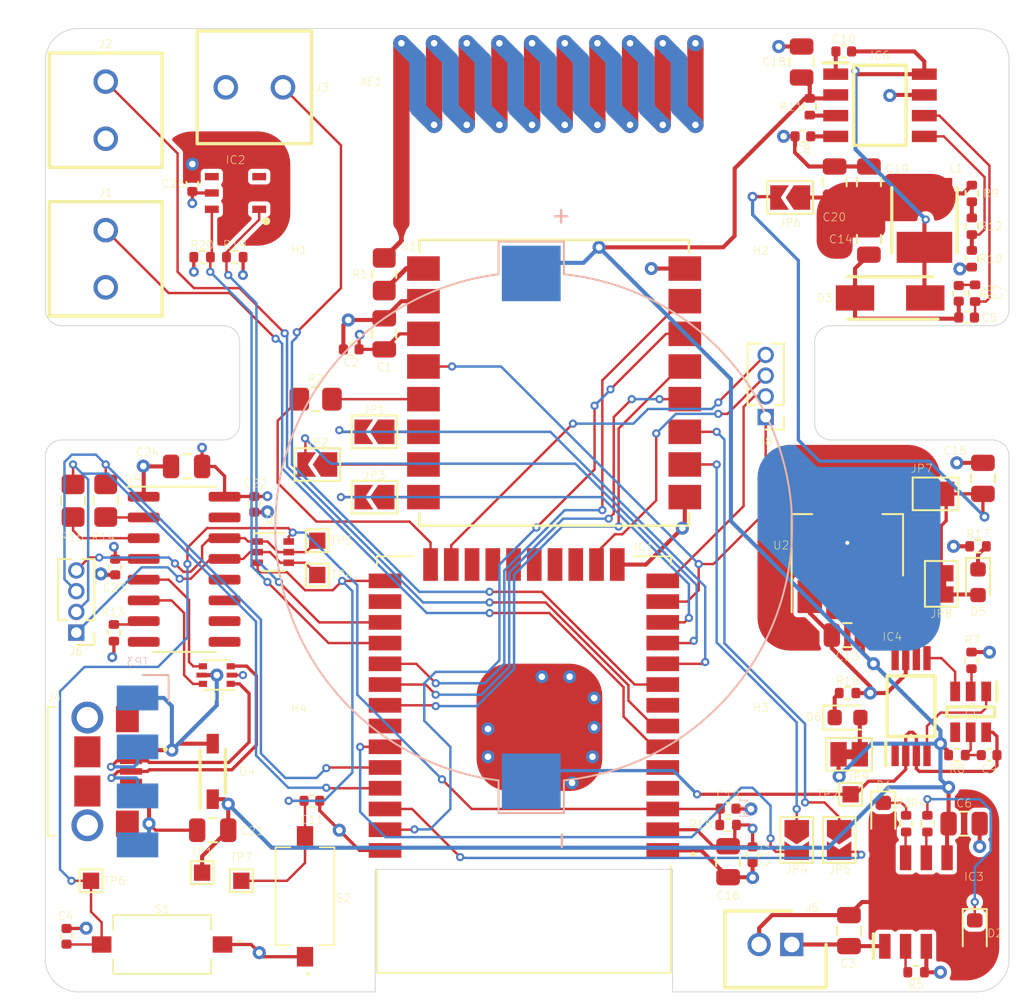
<source format=kicad_pcb>
(kicad_pcb (version 20211014) (generator pcbnew)
  (title_block (title "FLORA") (date "2022-03-24") (rev "A"))
  (layers (0 "F.Cu" signal) (1 "In1.Cu" signal) (2 "In2.Cu" signal) (31 "B.Cu" signal) (34 "B.Paste" user) (35 "F.Paste" user) (36 "B.SilkS" user "B.Silkscreen") (37 "F.SilkS" user "F.Silkscreen") (38 "B.Mask" user) (39 "F.Mask" user) (44 "Edge.Cuts" user))
  (net 0 "")
  (net 1 "EN")
  (net 2 "Net-(C8-Pad1)")
  (net 3 "Net-(C10-Pad1)")
  (net 4 "Net-(C10-Pad2)")
  (net 5 "GPIO0")
  (net 6 "VBUS")
  (net 7 "SENSOR_VP")
  (net 8 "SENSOR_VN")
  (net 9 "GPIO34")
  (net 10 "GPIO35")
  (net 11 "GPIO32")
  (net 12 "GPIO33")
  (net 13 "GPIO25")
  (net 14 "GPIO26")
  (net 15 "GPIO27")
  (net 16 "GPIO14")
  (net 17 "GPIO12")
  (net 18 "GPIO13")
  (net 19 "SD2")
  (net 20 "SD3")
  (net 21 "CMD")
  (net 22 "CLK")
  (net 23 "SDO")
  (net 24 "SD1")
  (net 25 "GPIO15")
  (net 26 "GPIO2")
  (net 27 "GPIO4")
  (net 28 "GPIO16")
  (net 30 "GPIO17")
  (net 31 "GPIO5")
  (net 32 "GPIO18")
  (net 33 "GPIO21")
  (net 34 "/Microcontroller/U0RXD")
  (net 35 "/Microcontroller/U0TXD")
  (net 36 "GPIO22")
  (net 37 "Net-(IC6-Pad3)")
  (net 40 "Net-(AE1-Pad1)")
  (net 41 "D-")
  (net 42 "+VSW")
  (net 43 "D+")
  (net 48 "VDD")
  (net 52 "+3V3")
  (net 53 "Net-(C9-Pad1)")
  (net 54 "Net-(BT1-Pad2)")
  (net 55 "Net-(D5-Pad1)")
  (net 56 "Net-(JP1-Pad1)")
  (net 57 "Net-(JP5-Pad1)")
  (net 58 "Net-(R2-Pad1)")
  (net 59 "Net-(R13-Pad1)")
  (net 60 "Net-(D5-Pad2)")
  (net 61 "Net-(R14-Pad1)")
  (net 62 "Net-(R15-Pad1)")
  (net 63 "Net-(D1-Pad1)")
  (net 64 "Net-(D2-Pad1)")
  (net 65 "/Connector/USBDP")
  (net 66 "/Connector/USBDM")
  (net 67 "Net-(IC3-Pad2)")
  (net 68 "Net-(IC3-Pad6)")
  (net 69 "Net-(IC3-Pad7)")
  (net 71 "Net-(IC4-Pad4)")
  (net 72 "Net-(IC4-Pad5)")
  (net 74 "Net-(IC5-Pad2)")
  (net 82 "Net-(C5-Pad1)")
  (net 83 "Net-(JP2-Pad1)")
  (net 84 "Net-(JP3-Pad1)")
  (net 85 "Net-(JP4-Pad1)")
  (net 86 "Net-(C7-Pad1)")
  (net 87 "Net-(C14-Pad1)")
  (net 88 "Net-(R1-Pad1)")
  (net 89 "Net-(IC6-Pad5)")
  (net 90 "Net-(JP7-Pad1)")
  (net 91 "Net-(R12-Pad1)")
  (net 92 "Net-(D6-Pad1)")
  (net 93 "Net-(D6-Pad2)")
  (net 94 "/Microcontroller/RTS")
  (net 95 "/Microcontroller/DTR")
  (net 96 "GND")
  (net 97 "GPIO19")
  (net 98 "GPIO23")
  (footprint "Capacitor_SMD:C_0805_2012Metric" (layer "F.Cu") (at 184.7 155.45 180)
    (fp_text reference "C21")
    (fp_text value "10u")
  )
  (footprint "Resistor_SMD:R_0402_1005Metric" (layer "F.Cu") (at 223.5625 147.05)
    (fp_text reference "R18")
    (fp_text value "2.2k")
  )
  (footprint "Capacitor_SMD:C_0402_1005Metric" (layer "F.Cu") (at 217.75 156.95 -90)
    (fp_text reference "C17")
    (fp_text value "100n")
  )
  (footprint "TestPoint:TestPoint_Pad_1.0x1.0mm" (layer "F.Cu") (at 186.45 158.55)
    (fp_text reference "TP7")
    (fp_text value "TestPoint_Alt")
  )
  (footprint "Capacitor_SMD:C_0805_2012Metric" (layer "F.Cu") (at 224.87 119.25 -90)
    (fp_text reference "C14")
    (fp_text value "10u")
  )
  (footprint "TestPoint:TestPoint_Pad_1.0x1.0mm" (layer "F.Cu") (at 177.25 158.55 90)
    (fp_text reference "TP6")
    (fp_text value "TestPoint_Alt")
  )
  (footprint "SamacSys_Parts:SOD3716X145N" (layer "F.Cu") (at 184.7 151.85 90)
    (fp_text reference "D4")
    (fp_text value "1N5819HWQ-7-F" hide)
  )
  (footprint "Jumper:SolderJumper-2_P1.3mm_Bridged_Pad1.0x1.5mm" (layer "F.Cu") (at 229.3 140.3625 90)
    (fp_text reference "JP8")
    (fp_text value "SB_NC")
  )
  (footprint "SamacSys_Parts:101181930001LF" (layer "F.Cu") (at 177.1 151.85 -90)
    (fp_text reference "J4")
    (fp_text value "10118193-0001LF" hide)
  )
  (footprint "Capacitor_SMD:C_0805_2012Metric" (layer "F.Cu") (at 230.7 155.05)
    (fp_text reference "C6")
    (fp_text value "10u")
  )
  (footprint "personal:MountingHole_3.2mm_M3_Small" (layer "F.Cu") (at 218.25 149.85)
    (fp_text reference "H3")
    (fp_text value "MountingHole")
  )
  (footprint "Jumper:SolderJumper-2_P1.3mm_Bridged_Pad1.0x1.5mm" (layer "F.Cu") (at 223.6625 150.8 180)
    (fp_text reference "JP9")
    (fp_text value "SB_NC")
  )
  (footprint "Capacitor_SMD:C_0402_1005Metric" (layer "F.Cu") (at 230.37 122.57 -90)
    (fp_text reference "C7")
    (fp_text value "8.2n")
  )
  (footprint "Capacitor_SMD:C_0402_1005Metric" (layer "F.Cu") (at 190.77 153.65 180)
    (fp_text reference "C11")
    (fp_text value "100n")
  )
  (footprint "Package_TO_SOT_SMD:SOT-223-3_TabPin2" (layer "F.Cu") (at 223.55 138 90)
    (fp_text reference "U2")
    (fp_text value "AMS1117")
  )
  (footprint "Capacitor_SMD:C_0805_2012Metric" (layer "F.Cu") (at 195.2 125.05 90)
    (fp_text reference "C1")
    (fp_text value "10u")
  )
  (footprint "Resistor_SMD:R_0402_1005Metric" (layer "F.Cu") (at 184.05 120.35)
    (fp_text reference "R20")
    (fp_text value "10k")
  )
  (footprint "Resistor_SMD:R_0402_1005Metric" (layer "F.Cu") (at 231.17 120.45 -90)
    (fp_text reference "R10")
    (fp_text value "3.3k")
  )
  (footprint "Resistor_SMD:R_0402_1005Metric" (layer "F.Cu") (at 178.65 143.36 -90)
    (fp_text reference "R13")
    (fp_text value "DNF_0402")
  )
  (footprint "Capacitor_SMD:C_0402_1005Metric" (layer "F.Cu") (at 178.73 139.33 -90)
    (fp_text reference "C23")
    (fp_text value "100n")
  )
  (footprint "LED_SMD:LED_0603_1608Metric" (layer "F.Cu") (at 231.55 140.2625 -90)
    (fp_text reference "D5")
    (fp_text value "Green_0603")
  )
  (footprint "Resistor_SMD:R_0402_1005Metric" (layer "F.Cu") (at 231.17 118.46 -90)
    (fp_text reference "R12")
    (fp_text value "220")
  )
  (footprint "personal:MountingHole_3.2mm_M3_Small" (layer "F.Cu") (at 189.98 121.88)
    (fp_text reference "H1")
    (fp_text value "MountingHole")
  )
  (footprint "Capacitor_SMD:C_0402_1005Metric" (layer "F.Cu") (at 187.25 135.49 -90)
    (fp_text reference "C22")
    (fp_text value "100n")
  )
  (footprint "Resistor_SMD:R_0402_1005Metric" (layer "F.Cu") (at 231.37 122.56 90)
    (fp_text reference "R6")
    (fp_text value "1k")
  )
  (footprint "TestPoint:TestPoint_Pad_1.0x1.0mm" (layer "F.Cu") (at 184.05 158.05)
    (fp_text reference "TP1")
    (fp_text value "TestPoint_Alt")
  )
  (footprint "Capacitor_SMD:C_0402_1005Metric" (layer "F.Cu") (at 230.85 124.05 180)
    (fp_text reference "C5")
    (fp_text value "4.7n")
  )
  (footprint "Resistor_SMD:R_0402_1005Metric" (layer "F.Cu") (at 228.45 155.05 90)
    (fp_text reference "R4")
    (fp_text value "1k")
  )
  (footprint "SamacSys_Parts:SOP65P640X120-8N" (layer "F.Cu") (at 227.45 147.85 90)
    (fp_text reference "IC4")
    (fp_text value "FS8205A" hide)
  )
  (footprint "Capacitor_SMD:C_0402_1005Metric" (layer "F.Cu") (at 193.18 126 180)
    (fp_text reference "C2")
    (fp_text value "100n")
  )
  (footprint "personal:MountingHole_3.2mm_M3_Small" (layer "F.Cu") (at 218.25 121.85)
    (fp_text reference "H2")
    (fp_text value "MountingHole")
  )
  (footprint "SamacSys_Parts:KF350352P" (layer "F.Cu") (at 189 109.95 180)
    (fp_text reference "J3")
    (fp_text value "KF350-3.5-2P" hide)
  )
  (footprint "Capacitor_SMD:C_0805_2012Metric" (layer "F.Cu") (at 231.85 133.9 90)
    (fp_text reference "C15")
    (fp_text value "10u")
  )
  (footprint "Resistor_SMD:R_0402_1005Metric" (layer "F.Cu") (at 230.26 150.85 180)
    (fp_text reference "R8")
    (fp_text value "100")
  )
  (footprint "SamacSys_Parts:SOT95P280X145-6N" (layer "F.Cu") (at 231.1 148.2 -90)
    (fp_text reference "IC5")
    (fp_text value "DW01+G" hide)
  )
  (footprint "TestPoint:TestPoint_Pad_1.0x1.0mm" (layer "F.Cu") (at 191.1 139.82)
    (fp_text reference "TP4")
    (fp_text value "TestPoint_Alt")
  )
  (footprint "SamacSys_Parts:SON100P300X300X110-7N" (layer "F.Cu") (at 186.095 116.42 180)
    (fp_text reference "IC2")
    (fp_text value "SHT20" hide)
  )
  (footprint "Capacitor_SMD:C_0805_2012Metric" (layer "F.Cu") (at 222.77 115.75 90)
    (fp_text reference "C20")
    (fp_text value "22u")
  )
  (footprint "Capacitor_SMD:C_0402_1005Metric" (layer "F.Cu") (at 183.45 115.85 90)
    (fp_text reference "C25")
    (fp_text value "100n")
  )
  (footprint "SamacSys_Parts:TS1101CW" (layer "F.Cu") (at 181.6 162.45 180)
    (fp_text reference "S1")
    (fp_text value "TS-1101-C-W" hide)
  )
  (footprint "SamacSys_Parts:INDPM4040X300N" (layer "F.Cu") (at 228.27 118.1 90)
    (fp_text reference "L1")
    (fp_text value "10uH" hide)
  )
  (footprint "SamacSys_Parts:SHDR2W52P0X200_1X2_600X460X630P" (layer "F.Cu") (at 220.15 162.45 180)
    (fp_text reference "J5")
    (fp_text value "PH-2V" hide)
  )
  (footprint "Capacitor_SMD:C_0805_2012Metric" (layer "F.Cu") (at 223.65 161.6 -90)
    (fp_text reference "C3")
    (fp_text value "10u")
  )
  (footprint "Capacitor_SMD:C_0805_2012Metric" (layer "F.Cu") (at 223.55 143.5 180)
    (fp_text reference "C13")
    (fp_text value "10u")
  )
  (footprint "Capacitor_SMD:C_0805_2012Metric" (layer "F.Cu") (at 224.87 115.75 90)
    (fp_text reference "C19")
    (fp_text value "22u")
  )
  (footprint "Resistor_SMD:R_0805_2012Metric_Pad1.20x1.40mm_HandSolder" (layer "F.Cu") (at 176.15 135.27 90)
    (fp_text reference "R15")
    (fp_text value "0")
  )
  (footprint "Capacitor_SMD:C_0402_1005Metric" (layer "F.Cu") (at 220.83 112.95 180)
    (fp_text reference "C8")
    (fp_text value "8.2n")
  )
  (footprint "Jumper:SolderJumper-2_P1.3mm_Open_TrianglePad1.0x1.5mm" (layer "F.Cu") (at 191.1 133.05 180)
    (fp_text reference "JP2")
    (fp_text value "SB_NO")
  )
  (footprint "Capacitor_SMD:C_0805_2012Metric" (layer "F.Cu") (at 216.25 157.38 -90)
    (fp_text reference "C16")
    (fp_text value "22u")
  )
  (footprint "Connector_PinHeader_1.27mm:PinHeader_1x04_P1.27mm_Vertical" (layer "F.Cu") (at 218.55 130.15 180)
    (fp_text reference "J8")
    (fp_text value "Conn_01x04")
  )
  (footprint "Resistor_SMD:R_0805_2012Metric_Pad1.20x1.40mm_HandSolder" (layer "F.Cu") (at 191 129.05 180)
    (fp_text reference "R2")
    (fp_text value "0")
  )
  (footprint "Resistor_SMD:R_0402_1005Metric" (layer "F.Cu") (at 216.25 155.13 180)
    (fp_text reference "R16")
    (fp_text value "10k")
  )
  (footprint "TestPoint:TestPoint_Pad_1.0x1.0mm" (layer "F.Cu") (at 223.75 153.25)
    (fp_text reference "TP2")
    (fp_text value "TestPoint_Alt")
  )
  (footprint "Connector_PinHeader_1.27mm:PinHeader_1x04_P1.27mm_Vertical" (layer "F.Cu") (at 176.35 143.35 180)
    (fp_text reference "J6")
    (fp_text value "Conn_01x04")
  )
  (footprint "Resistor_SMD:R_0402_1005Metric" (layer "F.Cu") (at 186.05 120.35 180)
    (fp_text reference "R19")
    (fp_text value "10k")
  )
  (footprint "personal:MountingHole_3.2mm_M3_Small" (layer "F.Cu") (at 189.98 149.88)
    (fp_text reference "H4")
    (fp_text value "MountingHole")
  )
  (footprint "RF_Antenna:Texas_SWRA416_868MHz_915MHz" (layer "F.Cu") (at 205.25 113.05)
    (fp_text reference "AE1")
    (fp_text value "Antenna")
  )
  (footprint "SamacSys_Parts:KF350352P" (layer "F.Cu") (at 178.15 118.7 -90)
    (fp_text reference "J1")
    (fp_text value "KF350-3.5-2P" hide)
  )
  (footprint "Resistor_SMD:R_0402_1005Metric" (layer "F.Cu") (at 231.15 145.05 -90)
    (fp_text reference "R7")
    (fp_text value "1k")
  )
  (footprint "Package_TO_SOT_SMD:SOT-363_SC-70-6" (layer "F.Cu") (at 188.4 138.42)
    (fp_text reference "Q1")
    (fp_text value "MUN5214DW1T1G")
  )
  (footprint "LED_SMD:LED_0603_1608Metric" (layer "F.Cu") (at 231.35 161.7625 -90)
    (fp_text reference "D2")
    (fp_text value "Green_0603")
  )
  (footprint "Capacitor_SMD:C_0805_2012Metric" (layer "F.Cu") (at 220.75 108.4 90)
    (fp_text reference "C18")
    (fp_text value "22u")
  )
  (footprint "SamacSys_Parts:ESP32WROOM32E8MB" (layer "F.Cu") (at 203.75 151.43 180)
    (fp_text reference "IC1")
    (fp_text value "ESP32-WROOM-32E(8MB)" hide)
  )
  (footprint "Jumper:SolderJumper-2_P1.3mm_Open_TrianglePad1.0x1.5mm" (layer "F.Cu") (at 223.05 156.05 -90)
    (fp_text reference "JP5")
    (fp_text value "SB_NO")
  )
  (footprint "SamacSys_Parts:DIOM5226X240N" (layer "F.Cu") (at 226.17 122.85 180)
    (fp_text reference "D3")
    (fp_text value "B340A-13-F" hide)
  )
  (footprint "Resistor_SMD:R_0402_1005Metric" (layer "F.Cu") (at 231.55 138.0625 180)
    (fp_text reference "R17")
    (fp_text value "1k")
  )
  (footprint "Jumper:SolderJumper-2_P1.3mm_Open_TrianglePad1.0x1.5mm" (layer "F.Cu") (at 220.45 156.05 -90)
    (fp_text reference "JP4")
    (fp_text value "SB_NO")
  )
  (footprint "Capacitor_SMD:C_0805_2012Metric" (layer "F.Cu") (at 183.1 133.17 180)
    (fp_text reference "C24")
    (fp_text value "10u")
  )
  (footprint "Resistor_SMD:R_0805_2012Metric_Pad1.20x1.40mm_HandSolder" (layer "F.Cu") (at 195.2 121.4 90)
    (fp_text reference "R1")
    (fp_text value "0")
  )
  (footprint "Resistor_SMD:R_0402_1005Metric" (layer "F.Cu") (at 231.17 116.45 -90)
    (fp_text reference "R9")
    (fp_text value "10k")
  )
  (footprint "SamacSys_Parts:SOIC127P600X175-8N" (layer "F.Cu") (at 225.55 111.05)
    (fp_text reference "IC6")
    (fp_text value "TPS54331DR" hide)
  )
  (footprint "SamacSys_Parts:SOIC127P600X175-9N" (layer "F.Cu") (at 227.75 159.85 90)
    (fp_text reference "IC3")
    (fp_text value "TP4056X" hide)
  )
  (footprint "Jumper:SolderJumper-2_P1.3mm_Open_TrianglePad1.0x1.5mm" (layer "F.Cu") (at 220.05 116.7 180)
    (fp_text reference "JP6")
    (fp_text value "SB_NO")
  )
  (footprint "Resistor_SMD:R_0402_1005Metric" (layer "F.Cu") (at 221.25 111.14 -90)
    (fp_text reference "R11")
    (fp_text value "10k")
  )
  (footprint "Resistor_SMD:R_0805_2012Metric_Pad1.20x1.40mm_HandSolder" (layer "F.Cu") (at 178.15 135.27 90)
    (fp_text reference "R14")
    (fp_text value "0")
  )
  (footprint "Jumper:SolderJumper-2_P1.3mm_Bridged_Pad1.0x1.5mm" (layer "F.Cu") (at 228.95 134.85)
    (fp_text reference "JP7")
    (fp_text value "SB_NC")
  )
  (footprint "Resistor_SMD:R_0402_1005Metric" (layer "F.Cu") (at 227.15 155.05 90)
    (fp_text reference "R3")
    (fp_text value "2.2k")
  )
  (footprint "LED_SMD:LED_0603_1608Metric" (layer "F.Cu") (at 223.5625 148.55)
    (fp_text reference "D6")
    (fp_text value "Green_0603")
  )
  (footprint "SamacSys_Parts:TS1101CW" (layer "F.Cu") (at 190.35 159.5 90)
    (fp_text reference "S2")
    (fp_text value "TS-1101-C-W" hide)
  )
  (footprint "TestPoint:TestPoint_Pad_1.0x1.0mm" (layer "F.Cu") (at 191.1 137.72)
    (fp_text reference "TP5")
    (fp_text value "TestPoint_Alt")
  )
  (footprint "SamacSys_Parts:KF350352P" (layer "F.Cu") (at 178.15 109.6 -90)
    (fp_text reference "J2")
    (fp_text value "KF350-3.5-2P" hide)
  )
  (footprint "Jumper:SolderJumper-2_P1.3mm_Open_TrianglePad1.0x1.5mm" (layer "F.Cu") (at 194.6 135.05 180)
    (fp_text reference "JP3")
    (fp_text value "SB_NO")
  )
  (footprint "Capacitor_SMD:C_0402_1005Metric" (layer "F.Cu") (at 175.75 161.95 -90)
    (fp_text reference "C4")
    (fp_text value "100n")
  )
  (footprint "Package_SO:SOIC-16_3.9x9.9mm_P1.27mm" (layer "F.Cu") (at 182.95 139.47)
    (fp_text reference "U4")
    (fp_text value "CH340B")
  )
  (footprint "LED_SMD:LED_0603_1608Metric" (layer "F.Cu") (at 225.75 154.5625 -90)
    (fp_text reference "D1")
    (fp_text value "Green_0603")
  )
  (footprint "Resistor_SMD:R_0402_1005Metric" (layer "F.Cu") (at 227.76 164.15 180)
    (fp_text reference "R5")
    (fp_text value "10k")
  )
  (footprint "Package_TO_SOT_SMD:SOT-666" (layer "F.Cu") (at 184.95 145.95 180)
    (fp_text reference "U3")
    (fp_text value "USBLC6-2P6")
  )
  (footprint "Capacitor_SMD:C_0402_1005Metric" (layer "F.Cu") (at 216.25 154.13)
    (fp_text reference "C12")
    (fp_text value "100n")
  )
  (footprint "Capacitor_SMD:C_0402_1005Metric" (layer "F.Cu") (at 232.23 150.85)
    (fp_text reference "C9")
    (fp_text value "100n")
  )
  (footprint "RF_Module:Ai-Thinker-Ra-01-LoRa" (layer "F.Cu") (at 205.6 128.05)
    (fp_text reference "U1")
    (fp_text value "Ai-Thinker-Ra-01")
  )
  (footprint "Jumper:SolderJumper-2_P1.3mm_Open_TrianglePad1.0x1.5mm" (layer "F.Cu") (at 194.6 131.05 180)
    (fp_text reference "JP1")
    (fp_text value "SB_NO")
  )
  (footprint "Capacitor_SMD:C_0402_1005Metric" (layer "F.Cu") (at 223.33 107.75)
    (fp_text reference "C10")
    (fp_text value "100n")
  )
  (footprint "BatteryHolders:BS-24-B4AK014" (layer "B.Cu") (at 204.198921 152.45 90)
    (fp_text reference "BT1")
    (fp_text value "Battery_Cell")
  )
  (footprint "personal:USB_TestPoint" (layer "B.Cu") (at 180.1 146.35 180)
    (fp_text reference "TP3")
    (fp_text value "USB Test Point")
  )
  (gr_arc (start 233.45 123.55) (mid 233.157107 124.257107) (end 232.45 124.55) (layer "Edge.Cuts") (width 0.05))
  (gr_line (start 174.45 123.55) (end 174.45 108.35) (layer "Edge.Cuts") (width 0.05))
  (gr_arc (start 174.45 132.55) (mid 174.742893 131.842893) (end 175.45 131.55) (layer "Edge.Cuts") (width 0.05))
  (gr_line (start 185.35 124.55) (end 175.45 124.55) (layer "Edge.Cuts") (width 0.05))
  (gr_arc (start 176.45 165.35) (mid 175.035786 164.764214) (end 174.45 163.35) (layer "Edge.Cuts") (width 0.05))
  (gr_arc (start 186.35 130.55) (mid 186.057107 131.257107) (end 185.35 131.55) (layer "Edge.Cuts") (width 0.05))
  (gr_line (start 194.65 165.35) (end 194.65 157.85) (layer "Edge.Cuts") (width 0.05))
  (gr_line (start 194.65 157.85) (end 212.85 157.85) (layer "Edge.Cuts") (width 0.05))
  (gr_line (start 231.45 106.35) (end 176.45 106.35) (layer "Edge.Cuts") (width 0.05))
  (gr_line (start 194.65 165.35) (end 176.45 165.35) (layer "Edge.Cuts") (width 0.05))
  (gr_line (start 222.55 124.55) (end 232.45 124.55) (layer "Edge.Cuts") (width 0.05))
  (gr_line (start 221.55 130.55) (end 221.55 125.55) (layer "Edge.Cuts") (width 0.05))
  (gr_arc (start 231.45 106.35) (mid 232.864214 106.935786) (end 233.45 108.35) (layer "Edge.Cuts") (width 0.05))
  (gr_line (start 222.55 131.55) (end 232.45 131.55) (layer "Edge.Cuts") (width 0.05))
  (gr_arc (start 233.45 163.35) (mid 232.864214 164.764214) (end 231.45 165.35) (layer "Edge.Cuts") (width 0.05))
  (gr_line (start 185.35 131.55) (end 175.45 131.55) (layer "Edge.Cuts") (width 0.05))
  (gr_arc (start 175.45 124.55) (mid 174.742893 124.257107) (end 174.45 123.55) (layer "Edge.Cuts") (width 0.05))
  (gr_arc (start 232.45 131.55) (mid 233.157107 131.842893) (end 233.45 132.55) (layer "Edge.Cuts") (width 0.05))
  (gr_line (start 212.85 165.35) (end 231.45 165.35) (layer "Edge.Cuts") (width 0.05))
  (gr_line (start 174.45 132.55) (end 174.45 163.35) (layer "Edge.Cuts") (width 0.05))
  (gr_line (start 233.45 123.55) (end 233.45 108.35) (layer "Edge.Cuts") (width 0.05))
  (gr_line (start 212.85 157.85) (end 212.85 165.35) (layer "Edge.Cuts") (width 0.05))
  (gr_arc (start 174.45 108.35) (mid 175.035786 106.935786) (end 176.45 106.35) (layer "Edge.Cuts") (width 0.05))
  (gr_arc (start 185.35 124.55) (mid 186.057107 124.842893) (end 186.35 125.55) (layer "Edge.Cuts") (width 0.05))
  (gr_line (start 233.45 163.35) (end 233.45 132.55) (layer "Edge.Cuts") (width 0.05))
  (gr_arc (start 221.55 125.55) (mid 221.842893 124.842893) (end 222.55 124.55) (layer "Edge.Cuts") (width 0.05))
  (gr_line (start 186.35 125.55) (end 186.35 130.55) (layer "Edge.Cuts") (width 0.05))
  (gr_arc (start 222.55 131.55) (mid 221.842893 131.257107) (end 221.55 130.55) (layer "Edge.Cuts") (width 0.05))
  (segment (start 189.35 137.47) (end 189.6 137.22) (width 0.15) (layer "F.Cu") (net 1))
  (segment (start 183.152684 138.147316) (end 184.35 136.95) (width 0.15) (layer "F.Cu") (net 1))
  (segment (start 200.55 154.15) (end 198.735523 152.335523) (width 0.15) (layer "F.Cu") (net 1))
  (segment (start 189.35 137.77) (end 189.35 137.47) (width 0.15) (layer "F.Cu") (net 1))
  (segment (start 183.152684 139.147316) (end 183.152684 138.147316) (width 0.15) (layer "F.Cu") (net 1))
  (segment (start 177.25 158.55) (end 176.05 158.55) (width 0.15) (layer "F.Cu") (net 1))
  (segment (start 184.35 136.95) (end 189.33 136.95) (width 0.15) (layer "F.Cu") (net 1))
  (segment (start 200.55 154.15) (end 212.25 154.15) (width 0.15) (layer "F.Cu") (net 1))
  (segment (start 177.9 162.45) (end 177.9 161.1) (width 0.15) (layer "F.Cu") (net 1))
  (segment (start 189.33 136.95) (end 189.6 137.22) (width 0.15) (layer "F.Cu") (net 1))
  (segment (start 177.25 160.45) (end 177.25 158.55) (width 0.15) (layer "F.Cu") (net 1))
  (segment (start 177.9 161.1) (end 177.25 160.45) (width 0.15) (layer "F.Cu") (net 1))
  (segment (start 215.75 154.15) (end 212.25 154.15) (width 0.15) (layer "F.Cu") (net 1))
  (segment (start 177.9 162.45) (end 175.77 162.45) (width 0.15) (layer "F.Cu") (net 1))
  (segment (start 215.74 155.13) (end 215.74 154.16) (width 0.15) (layer "F.Cu") (net 1))
  (via (at 198.735523 152.335523) (size 0.5) (drill 0.25) (layers "F.Cu" "B.Cu") (net 1))
  (via (at 183.152684 139.147316) (size 0.5) (drill 0.25) (layers "F.Cu" "B.Cu") (net 1))
  (via (at 176.05 158.55) (size 0.5) (drill 0.25) (layers "F.Cu" "B.Cu") (net 1))
  (via (at 189.6 137.22) (size 0.5) (drill 0.25) (layers "F.Cu" "B.Cu") (net 1))
  (segment (start 175.35 146.95) (end 176.85 145.45) (width 0.15) (layer "B.Cu") (net 1))
  (segment (start 190.331061 137.22) (end 189.6 137.22) (width 0.15) (layer "B.Cu") (net 1))
  (segment (start 175.35 157.85) (end 175.35 146.95) (width 0.15) (layer "B.Cu") (net 1))
  (segment (start 193.54952 140.438459) (end 190.331061 137.22) (width 0.15) (layer "B.Cu") (net 1))
  (segment (start 183.152684 143.647316) (end 183.152684 139.147316) (width 0.15) (layer "B.Cu") (net 1))
  (segment (start 193.54952 147.14952) (end 193.54952 140.438459) (width 0.15) (layer "B.Cu") (net 1))
  (segment (start 176.05 158.55) (end 175.35 157.85) (width 0.15) (layer "B.Cu") (net 1))
  (segment (start 198.735523 152.335523) (end 193.54952 147.14952) (width 0.15) (layer "B.Cu") (net 1))
  (segment (start 181.35 145.45) (end 183.152684 143.647316) (width 0.15) (layer "B.Cu") (net 1))
  (segment (start 176.85 145.45) (end 181.35 145.45) (width 0.15) (layer "B.Cu") (net 1))
  (segment (start 222.838 112.955) (end 221.315 112.955) (width 0.25) (layer "F.Cu") (net 2))
  (segment (start 222.838 109.145) (end 222.838 107.762) (width 0.25) (layer "F.Cu") (net 3))
  (segment (start 228.262 108.362) (end 228.262 109.145) (width 0.25) (layer "F.Cu") (net 4))
  (segment (start 224.05 108.95) (end 224.245 109.145) (width 0.25) (layer "F.Cu") (net 4))
  (segment (start 224.245 109.145) (end 228.262 109.145) (width 0.25) (layer "F.Cu") (net 4))
  (segment (start 223.81 107.75) (end 227.65 107.75) (width 0.25) (layer "F.Cu") (net 4))
  (segment (start 228.27 118.13) (end 228.35 118.05) (width 0.25) (layer "F.Cu") (net 4))
  (segment (start 227.65 107.75) (end 228.262 108.362) (width 0.25) (layer "F.Cu") (net 4))
  (segment (start 228.27 119.75) (end 228.27 118.13) (width 0.25) (layer "F.Cu") (net 4))
  (segment (start 228.27 119.75) (end 228.27 122.8) (width 0.25) (layer "F.Cu") (net 4))
  (via (at 228.35 118.05) (size 0.5) (drill 0.25) (layers "F.Cu" "B.Cu") (net 4))
  (via (at 224.05 108.95) (size 0.5) (drill 0.25) (layers "F.Cu" "B.Cu") (net 4))
  (segment (start 224.05 113.75) (end 224.05 108.95) (width 0.25) (layer "B.Cu") (net 4))
  (segment (start 228.35 118.05) (end 224.05 113.75) (width 0.25) (layer "B.Cu") (net 4))
  (segment (start 192.62 140.18) (end 192.05 140.75) (width 0.15) (layer "F.Cu") (net 5))
  (segment (start 190.35 155.8) (end 190.35 153.71) (width 0.15) (layer "F.Cu") (net 5))
  (segment (start 186.45 158.55) (end 189.25 158.55) (width 0.15) (layer "F.Cu") (net 5))
  (segment (start 190.35 140.75) (end 189.25 139.65) (width 0.15) (layer "F.Cu") (net 5))
  (segment (start 192.05 140.75) (end 190.35 140.75) (width 0.15) (layer "F.Cu") (net 5))
  (segment (start 195.25 140.18) (end 192.62 140.18) (width 0.15) (layer "F.Cu") (net 5))
  (segment (start 187.45 139.55) (end 187.45 139.07) (width 0.15) (layer "F.Cu") (net 5))
  (segment (start 190.35 157.45) (end 190.35 155.8) (width 0.15) (layer "F.Cu") (net 5))
  (segment (start 189.25 139.65) (end 187.55 139.65) (width 0.15) (layer "F.Cu") (net 5))
  (segment (start 190.29 153.65) (end 189.35 153.65) (width 0.15) (layer "F.Cu") (net 5))
  (segment (start 189.25 158.55) (end 190.35 157.45) (width 0.15) (layer "F.Cu") (net 5))
  (segment (start 187.55 139.65) (end 187.45 139.55) (width 0.15) (layer "F.Cu") (net 5))
  (via (at 192.62 140.18) (size 0.5) (drill 0.25) (layers "F.Cu" "B.Cu") (net 5))
  (via (at 189.35 153.65) (size 0.5) (drill 0.25) (layers "F.Cu" "B.Cu") (net 5))
  (segment (start 193.25 151.921061) (end 193.25 140.81) (width 0.15) (layer "B.Cu") (net 5))
  (segment (start 189.35 153.65) (end 191.521061 153.65) (width 0.15) (layer "B.Cu") (net 5))
  (segment (start 191.521061 153.65) (end 193.25 151.921061) (width 0.15) (layer "B.Cu") (net 5))
  (segment (start 193.25 140.81) (end 192.62 140.18) (width 0.15) (layer "B.Cu") (net 5))
  (segment (start 184.025 145.95) (end 184.95 145.95) (width 0.25) (layer "F.Cu") (net 6))
  (segment (start 182.2 150.55) (end 182.6 150.15) (width 0.25) (layer "F.Cu") (net 6))
  (segment (start 182.6 150.15) (end 184.7 150.15) (width 0.25) (layer "F.Cu") (net 6))
  (segment (start 179.7 150.55) (end 182.2 150.55) (width 0.25) (layer "F.Cu") (net 6))
  (via (at 184.95 145.95) (size 0.8) (drill 0.4) (layers "F.Cu" "B.Cu") (net 6))
  (via (at 182.2 150.55) (size 0.8) (drill 0.4) (layers "F.Cu" "B.Cu") (net 6))
  (segment (start 181.7 147.35) (end 180.1 147.35) (width 0.25) (layer "B.Cu") (net 6))
  (segment (start 184.95 147.8) (end 182.2 150.55) (width 0.25) (layer "B.Cu") (net 6))
  (segment (start 184.95 145.95) (end 184.95 147.8) (width 0.25) (layer "B.Cu") (net 6))
  (segment (start 182.2 150.55) (end 182.2 147.85) (width 0.25) (layer "B.Cu") (net 6))
  (segment (start 182.2 147.85) (end 181.7 147.35) (width 0.25) (layer "B.Cu") (net 6))
  (segment (start 205.301834 142.149006) (end 201.65 142.149006) (width 0.15) (layer "F.Cu") (net 9))
  (segment (start 211.7 150.34) (end 209.85048 148.49048) (width 0.15) (layer "F.Cu") (net 9))
  (segment (start 205.301834 142.149006) (end 209.85048 146.697652) (width 0.15) (layer "F.Cu") (net 9))
  (segment (start 181.99952 122.54952) (end 185.74952 122.54952) (width 0.15) (layer "F.Cu") (net 9))
  (segment (start 185.74952 122.54952) (end 188.55 125.35) (width 0.15) (layer "F.Cu") (net 9))
  (segment (start 178.15 118.7) (end 181.99952 122.54952) (width 0.15) (layer "F.Cu") (net 9))
  (segment (start 209.85048 148.49048) (end 209.85048 146.697652) (width 0.15) (layer "F.Cu") (net 9))
  (via (at 201.65 142.149006) (size 0.5) (drill 0.25) (layers "F.Cu" "B.Cu") (net 9))
  (via (at 188.55 125.35) (size 0.5) (drill 0.25) (layers "F.Cu" "B.Cu") (net 9))
  (segment (start 188.95 133.29717) (end 188.95 125.65) (width 0.15) (layer "B.Cu") (net 9))
  (segment (start 188.65 125.35) (end 188.55 125.35) (width 0.15) (layer "B.Cu") (net 9))
  (segment (start 201.65 142.149006) (end 197.801836 142.149006) (width 0.15) (layer "B.Cu") (net 9))
  (segment (start 197.801836 142.149006) (end 188.95 133.29717) (width 0.15) (layer "B.Cu") (net 9))
  (segment (start 188.95 125.65) (end 188.65 125.35) (width 0.15) (layer "B.Cu") (net 9))
  (segment (start 205.075917 141.499503) (end 210.15 146.573586) (width 0.15) (layer "F.Cu") (net 10))
  (segment (start 178.15 109.6) (end 182.55 114) (width 0.15) (layer "F.Cu") (net 10))
  (segment (start 189.106944 125.015834) (end 186.34111 122.25) (width 0.15) (layer "F.Cu") (net 10))
  (segment (start 210.15 147.52) (end 210.15 146.573586) (width 0.15) (layer "F.Cu") (net 10))
  (segment (start 186.34111 122.25) (end 183.55 122.25) (width 0.15) (layer "F.Cu") (net 10))
  (segment (start 183.55 122.25) (end 182.55 121.25) (width 0.15) (layer "F.Cu") (net 10))
  (segment (start 211.7 149.07) (end 210.15 147.52) (width 0.15) (layer "F.Cu") (net 10))
  (segment (start 182.55 121.25) (end 182.55 114) (width 0.15) (layer "F.Cu") (net 10))
  (segment (start 205.075917 141.499503) (end 201.65 141.499503) (width 0.15) (layer "F.Cu") (net 10))
  (via (at 189.106944 125.015834) (size 0.5) (drill 0.25) (layers "F.Cu" "B.Cu") (net 10))
  (via (at 201.65 141.499503) (size 0.5) (drill 0.25) (layers "F.Cu" "B.Cu") (net 10))
  (segment (start 189.25 133.173585) (end 189.25 125.15889) (width 0.15) (layer "B.Cu") (net 10))
  (segment (start 197.575918 141.499503) (end 189.25 133.173585) (width 0.15) (layer "B.Cu") (net 10))
  (segment (start 201.65 141.499503) (end 197.575918 141.499503) (width 0.15) (layer "B.Cu") (net 10))
  (segment (start 189.25 125.15889) (end 189.106944 125.015834) (width 0.15) (layer "B.Cu") (net 10))
  (segment (start 204.85 140.85) (end 210.53 146.53) (width 0.15) (layer "F.Cu") (net 12))
  (segment (start 192.55 113.5) (end 189 109.95) (width 0.15) (layer "F.Cu") (net 12))
  (segment (start 192.55 122.25) (end 192.55 113.5) (width 0.15) (layer "F.Cu") (net 12))
  (segment (start 189.85 124.95) (end 192.55 122.25) (width 0.15) (layer "F.Cu") (net 12))
  (segment (start 212.25 146.53) (end 210.53 146.53) (width 0.15) (layer "F.Cu") (net 12))
  (segment (start 204.85 140.85) (end 201.65 140.85) (width 0.15) (layer "F.Cu") (net 12))
  (via (at 189.85 124.95) (size 0.5) (drill 0.25) (layers "F.Cu" "B.Cu") (net 12))
  (via (at 201.65 140.85) (size 0.5) (drill 0.25) (layers "F.Cu" "B.Cu") (net 12))
  (segment (start 189.85 125.25) (end 189.85 124.95) (width 0.15) (layer "B.Cu") (net 12))
  (segment (start 201.65 140.85) (end 197.35 140.85) (width 0.15) (layer "B.Cu") (net 12))
  (segment (start 189.55 133.05) (end 189.55 125.55) (width 0.15) (layer "B.Cu") (net 12))
  (segment (start 197.35 140.85) (end 189.55 133.05) (width 0.15) (layer "B.Cu") (net 12))
  (segment (start 189.55 125.55) (end 189.85 125.25) (width 0.15) (layer "B.Cu") (net 12))
  (segment (start 214.74 145.26) (end 214.85 145.15) (width 0.15) (layer "F.Cu") (net 13))
  (segment (start 193.875 131.05) (end 192.55 131.05) (width 0.15) (layer "F.Cu") (net 13))
  (segment (start 192.55 131.05) (end 192.45 130.95) (width 0.15) (layer "F.Cu") (net 13))
  (segment (start 212.25 145.26) (end 214.74 145.26) (width 0.15) (layer "F.Cu") (net 13))
  (via (at 214.85 145.15) (size 0.5) (drill 0.25) (layers "F.Cu" "B.Cu") (net 13))
  (via (at 192.45 130.95) (size 0.5) (drill 0.25) (layers "F.Cu" "B.Cu") (net 13))
  (segment (start 205.368232 131.05) (end 192.55 131.05) (width 0.15) (layer "B.Cu") (net 13))
  (segment (start 192.55 131.05) (end 192.45 130.95) (width 0.15) (layer "B.Cu") (net 13))
  (segment (start 214.85 145.15) (end 214.85 140.531768) (width 0.15) (layer "B.Cu") (net 13))
  (segment (start 214.85 140.531768) (end 205.368232 131.05) (width 0.15) (layer "B.Cu") (net 13))
  (segment (start 212.25 143.99) (end 214.01 143.99) (width 0.15) (layer "F.Cu") (net 14))
  (segment (start 190.375 133.05) (end 190.375 131.475) (width 0.15) (layer "F.Cu") (net 14))
  (segment (start 214.01 143.99) (end 214.15 143.85) (width 0.15) (layer "F.Cu") (net 14))
  (segment (start 190.375 131.475) (end 190.35 131.45) (width 0.15) (layer "F.Cu") (net 14))
  (via (at 190.35 131.45) (size 0.5) (drill 0.25) (layers "F.Cu" "B.Cu") (net 14))
  (via (at 214.15 143.85) (size 0.5) (drill 0.25) (layers "F.Cu" "B.Cu") (net 14))
  (segment (start 191.902677 133.002677) (end 206.897323 133.002677) (width 0.15) (layer "B.Cu") (net 14))
  (segment (start 206.897323 133.002677) (end 214.324511 140.429864) (width 0.15) (layer "B.Cu") (net 14))
  (segment (start 214.324511 143.675489) (end 214.15 143.85) (width 0.15) (layer "B.Cu") (net 14))
  (segment (start 190.35 131.45) (end 191.902677 133.002677) (width 0.15) (layer "B.Cu") (net 14))
  (segment (start 214.324511 140.429864) (end 214.324511 143.675489) (width 0.15) (layer "B.Cu") (net 14))
  (segment (start 193.875 135.05) (end 192.55 135.05) (width 0.15) (layer "F.Cu") (net 15))
  (segment (start 213.58 142.72) (end 213.85 142.45) (width 0.15) (layer "F.Cu") (net 15))
  (segment (start 212.25 142.72) (end 213.58 142.72) (width 0.15) (layer "F.Cu") (net 15))
  (via (at 192.55 135.05) (size 0.5) (drill 0.25) (layers "F.Cu" "B.Cu") (net 15))
  (via (at 213.85 142.45) (size 0.5) (drill 0.25) (layers "F.Cu" "B.Cu") (net 15))
  (segment (start 213.85 142.45) (end 213.85 140.378939) (width 0.15) (layer "B.Cu") (net 15))
  (segment (start 213.85 140.378939) (end 208.521061 135.05) (width 0.15) (layer "B.Cu") (net 15))
  (segment (start 192.55 135.05) (end 208.521061 135.05) (width 0.15) (layer "B.Cu") (net 15))
  (segment (start 212.25 141.45) (end 213.75 141.45) (width 0.15) (layer "F.Cu") (net 16))
  (segment (start 213.75 141.45) (end 214.45 140.75) (width 0.15) (layer "F.Cu") (net 16))
  (segment (start 214.45 140.75) (end 214.45 139.15) (width 0.15) (layer "F.Cu") (net 16))
  (segment (start 199.35 127.05) (end 197.6 127.05) (width 0.15) (layer "F.Cu") (net 16))
  (segment (start 215.35 139.15) (end 218.55 135.95) (width 0.15) (layer "F.Cu") (net 16))
  (segment (start 214.45 139.15) (end 215.35 139.15) (width 0.15) (layer "F.Cu") (net 16))
  (segment (start 218.55 135.95) (end 218.55 130.15) (width 0.15) (layer "F.Cu") (net 16))
  (via (at 199.35 127.05) (size 0.5) (drill 0.25) (layers "F.Cu" "B.Cu") (net 16))
  (via (at 214.45 139.15) (size 0.5) (drill 0.25) (layers "F.Cu" "B.Cu") (net 16))
  (segment (start 214.45 139.15) (end 202.35 127.05) (width 0.15) (layer "B.Cu") (net 16))
  (segment (start 202.35 127.05) (end 199.35 127.05) (width 0.15) (layer "B.Cu") (net 16))
  (segment (start 212.62 140.18) (end 217.2 135.6) (width 0.15) (layer "F.Cu") (net 17))
  (segment (start 217.2 129.522894) (end 217.2 135.6) (width 0.15) (layer "F.Cu") (net 17))
  (segment (start 218.55 128.88) (end 217.842894 128.88) (width 0.15) (layer "F.Cu") (net 17))
  (segment (start 217.842894 128.88) (end 217.2 129.522894) (width 0.15) (layer "F.Cu") (net 17))
  (segment (start 211.85 135.25) (end 211.85 131.15) (width 0.15) (layer "F.Cu") (net 18))
  (segment (start 209.775489 137.324511) (end 211.85 135.25) (width 0.15) (layer "F.Cu") (net 18))
  (segment (start 215.65 129.95) (end 216.21 129.95) (width 0.15) (layer "F.Cu") (net 18))
  (segment (start 208.195 138.450978) (end 209.321467 137.324511) (width 0.15) (layer "F.Cu") (net 18))
  (segment (start 209.321467 137.324511) (end 209.775489 137.324511) (width 0.15) (layer "F.Cu") (net 18))
  (segment (start 216.21 129.95) (end 218.55 127.61) (width 0.15) (layer "F.Cu") (net 18))
  (via (at 211.85 131.15) (size 0.5) (drill 0.25) (layers "F.Cu" "B.Cu") (net 18))
  (via (at 215.65 129.95) (size 0.5) (drill 0.25) (layers "F.Cu" "B.Cu") (net 18))
  (segment (start 213.05 129.95) (end 215.65 129.95) (width 0.15) (layer "B.Cu") (net 18))
  (segment (start 211.85 131.15) (end 213.05 129.95) (width 0.15) (layer "B.Cu") (net 18))
  (segment (start 199.305 137.995) (end 199.305 139.18) (width 0.15) (layer "F.Cu") (net 25))
  (segment (start 218.55 126.34) (end 215.65 129.24) (width 0.15) (layer "F.Cu") (net 25))
  (segment (start 215.65 129.24) (end 215.65 129.25) (width 0.15) (layer "F.Cu") (net 25))
  (segment (start 206.75 130.55) (end 199.305 137.995) (width 0.15) (layer "F.Cu") (net 25))
  (via (at 215.65 129.25) (size 0.5) (drill 0.25) (layers "F.Cu" "B.Cu") (net 25))
  (via (at 206.75 130.55) (size 0.5) (drill 0.25) (layers "F.Cu" "B.Cu") (net 25))
  (segment (start 215.25 129.65) (end 211.35 129.65) (width 0.15) (layer "B.Cu") (net 25))
  (segment (start 215.65 129.25) (end 215.25 129.65) (width 0.15) (layer "B.Cu") (net 25))
  (segment (start 210.45 130.55) (end 206.75 130.55) (width 0.15) (layer "B.Cu") (net 25))
  (segment (start 211.35 129.65) (end 210.45 130.55) (width 0.15) (layer "B.Cu") (net 25))
  (segment (start 188.675489 130.374511) (end 190 129.05) (width 0.15) (layer "F.Cu") (net 26))
  (segment (start 188.675489 134.175489) (end 188.675489 130.374511) (width 0.15) (layer "F.Cu") (net 26))
  (segment (start 198.035 137.835) (end 196.75 136.55) (width 0.15) (layer "F.Cu") (net 26))
  (segment (start 198.035 139.18) (end 198.035 137.835) (width 0.15) (layer "F.Cu") (net 26))
  (segment (start 191.05 136.55) (end 188.675489 134.175489) (width 0.15) (layer "F.Cu") (net 26))
  (segment (start 196.75 136.55) (end 191.05 136.55) (width 0.15) (layer "F.Cu") (net 26))
  (segment (start 185.54 120.35) (end 185.54 120.06) (width 0.15) (layer "F.Cu") (net 28))
  (segment (start 185.54 121.34) (end 185.65 121.45) (width 0.15) (layer "F.Cu") (net 28))
  (segment (start 185.54 120.35) (end 185.54 121.34) (width 0.15) (layer "F.Cu") (net 28))
  (segment (start 191.22 142.72) (end 188.75 140.25) (width 0.15) (layer "F.Cu") (net 28))
  (segment (start 195.25 142.72) (end 191.22 142.72) (width 0.15) (layer "F.Cu") (net 28))
  (segment (start 187.545 118.055) (end 187.545 117.42) (width 0.15) (layer "F.Cu") (net 28))
  (segment (start 185.54 120.06) (end 187.545 118.055) (width 0.15) (layer "F.Cu") (net 28))
  (via (at 185.65 121.45) (size 0.5) (drill 0.25) (layers "F.Cu" "B.Cu") (net 28))
  (via (at 188.75 140.25) (size 0.5) (drill 0.25) (layers "F.Cu" "B.Cu") (net 28))
  (segment (start 187.375489 138.875489) (end 187.375489 123.175489) (width 0.15) (layer "B.Cu") (net 28))
  (segment (start 188.75 140.25) (end 187.375489 138.875489) (width 0.15) (layer "B.Cu") (net 28))
  (segment (start 187.375489 123.175489) (end 185.65 121.45) (width 0.15) (layer "B.Cu") (net 28))
  (segment (start 184.645 120.265) (end 184.645 117.42) (width 0.15) (layer "F.Cu") (net 30))
  (segment (start 184.55 121.25) (end 184.55 120.36) (width 0.15) (layer "F.Cu") (net 30))
  (segment (start 191.79 143.99) (end 188.05 140.25) (width 0.15) (layer "F.Cu") (net 30))
  (segment (start 195.25 143.99) (end 191.79 143.99) (width 0.15) (layer "F.Cu") (net 30))
  (via (at 188.05 140.25) (size 0.5) (drill 0.25) (layers "F.Cu" "B.Cu") (net 30))
  (via (at 184.55 121.25) (size 0.5) (drill 0.25) (layers "F.Cu" "B.Cu") (net 30))
  (segment (start 187.075969 123.775969) (end 184.55 121.25) (width 0.15) (layer "B.Cu") (net 30))
  (segment (start 187.05 139.25) (end 188.05 140.25) (width 0.15) (layer "B.Cu") (net 30))
  (segment (start 187.075969 139.275969) (end 187.075969 123.775969) (width 0.15) (layer "B.Cu") (net 30))
  (segment (start 197.16 145.26) (end 198.35 146.45) (width 0.15) (layer "F.Cu") (net 31))
  (segment (start 213.400978 123.05) (end 208.55 127.900978) (width 0.15) (layer "F.Cu") (net 31))
  (segment (start 208.55 127.900978) (end 208.55 135.85) (width 0.15) (layer "F.Cu") (net 31))
  (segment (start 195.96 145.26) (end 197.16 145.26) (width 0.15) (layer "F.Cu") (net 31))
  (via (at 198.35 146.45) (size 0.5) (drill 0.25) (layers "F.Cu" "B.Cu") (net 31))
  (via (at 208.55 135.85) (size 0.5) (drill 0.25) (layers "F.Cu" "B.Cu") (net 31))
  (segment (start 198.35 146.45) (end 201.35 146.45) (width 0.15) (layer "B.Cu") (net 31))
  (segment (start 206.25 135.85) (end 208.55 135.85) (width 0.15) (layer "B.Cu") (net 31))
  (segment (start 201.35 146.45) (end 202.54952 145.25048) (width 0.15) (layer "B.Cu") (net 31))
  (segment (start 202.54952 145.25048) (end 202.54952 139.550481) (width 0.15) (layer "B.Cu") (net 31))
  (segment (start 202.54952 139.550481) (end 206.25 135.85) (width 0.15) (layer "B.Cu") (net 31))
  (segment (start 212.05 129.05) (end 213.6 129.05) (width 0.15) (layer "F.Cu") (net 32))
  (segment (start 195.25 146.53) (end 197.73 146.53) (width 0.15) (layer "F.Cu") (net 32))
  (segment (start 209.25 130.15) (end 210.35 129.05) (width 0.15) (layer "F.Cu") (net 32))
  (segment (start 208.939702 136.369602) (end 209.25 136.059304) (width 0.15) (layer "F.Cu") (net 32))
  (segment (start 209.25 136.059304) (end 209.25 130.15) (width 0.15) (layer "F.Cu") (net 32))
  (segment (start 197.73 146.53) (end 198.35 147.15) (width 0.15) (layer "F.Cu") (net 32))
  (via (at 208.939702 136.369602) (size 0.5) (drill 0.25) (layers "F.Cu" "B.Cu") (net 32))
  (via (at 198.35 147.15) (size 0.5) (drill 0.25) (layers "F.Cu" "B.Cu") (net 32))
  (via (at 212.05 129.05) (size 0.5) (drill 0.25) (layers "F.Cu" "B.Cu") (net 32))
  (via (at 210.35 129.05) (size 0.5) (drill 0.25) (layers "F.Cu" "B.Cu") (net 32))
  (segment (start 206.153985 136.369602) (end 208.939702 136.369602) (width 0.15) (layer "B.Cu") (net 32))
  (segment (start 210.35 129.05) (end 212.05 129.05) (width 0.15) (layer "B.Cu") (net 32))
  (segment (start 198.35 147.15) (end 201.15 147.15) (width 0.15) (layer "B.Cu") (net 32))
  (segment (start 202.85 139.673587) (end 206.153985 136.369602) (width 0.15) (layer "B.Cu") (net 32))
  (segment (start 202.85 145.45) (end 202.85 139.673587) (width 0.15) (layer "B.Cu") (net 32))
  (segment (start 201.15 147.15) (end 202.85 145.45) (width 0.15) (layer "B.Cu") (net 32))
  (segment (start 193.7345 150.34) (end 193.7245 150.35) (width 0.15) (layer "F.Cu") (net 33))
  (segment (start 220.45 156.775) (end 219.175 156.775) (width 0.15) (layer "F.Cu") (net 33))
  (segment (start 195.25 150.34) (end 193.7345 150.34) (width 0.15) (layer "F.Cu") (net 33))
  (segment (start 218.85 156.45) (end 218.85 155.95) (width 0.15) (layer "F.Cu") (net 33))
  (segment (start 219.175 156.775) (end 218.85 156.45) (width 0.15) (layer "F.Cu") (net 33))
  (via (at 193.7245 150.35) (size 0.5) (drill 0.25) (layers "F.Cu" "B.Cu") (net 33))
  (via (at 218.85 155.95) (size 0.5) (drill 0.25) (layers "F.Cu" "B.Cu") (net 33))
  (segment (start 217.75 152.85) (end 218.85 153.95) (width 0.15) (layer "B.Cu") (net 33))
  (segment (start 217.05 152.85) (end 217.75 152.85) (width 0.15) (layer "B.Cu") (net 33))
  (segment (start 193.7245 150.35) (end 193.7245 154.3245) (width 0.15) (layer "B.Cu") (net 33))
  (segment (start 214.025489 155.874511) (end 217.05 152.85) (width 0.15) (layer "B.Cu") (net 33))
  (segment (start 218.85 153.95) (end 218.85 155.95) (width 0.15) (layer "B.Cu") (net 33))
  (segment (start 193.7245 154.3245) (end 195.274511 155.874511) (width 0.15) (layer "B.Cu") (net 33))
  (segment (start 195.274511 155.874511) (end 214.025489 155.874511) (width 0.15) (layer "B.Cu") (net 33))
  (segment (start 191.69 151.61) (end 195.25 151.61) (width 0.15) (layer "F.Cu") (net 34))
  (segment (start 178.15 134.27) (end 178.15 133.05) (width 0.15) (layer "F.Cu") (net 34))
  (segment (start 191.65 151.65) (end 191.69 151.61) (width 0.15) (layer "F.Cu") (net 34))
  (via (at 178.15 133.05) (size 0.5) (drill 0.25) (layers "F.Cu" "B.Cu") (net 34))
  (via (at 191.65 151.65) (size 0.5) (drill 0.25) (layers "F.Cu" "B.Cu") (net 34))
  (segment (start 187.65 142.55) (end 187.65 150.75) (width 0.15) (layer "B.Cu") (net 34))
  (segment (start 176.078939 132.45) (end 177.55 132.45) (width 0.15) (layer "B.Cu") (net 34))
  (segment (start 191.05 152.25) (end 191.65 151.65) (width 0.15) (layer "B.Cu") (net 34))
  (segment (start 189.15 152.25) (end 191.05 152.25) (width 0.15) (layer "B.Cu") (net 34))
  (segment (start 178.15 133.05) (end 187.65 142.55) (width 0.15) (layer "B.Cu") (net 34))
  (segment (start 187.65 150.75) (end 189.15 152.25) (width 0.15) (layer "B.Cu") (net 34))
  (segment (start 177.55 132.45) (end 178.15 133.05) (width 0.15) (layer "B.Cu") (net 34))
  (segment (start 176.35 140.81) (end 175.625489 140.085489) (width 0.15) (layer "B.Cu") (net 34))
  (segment (start 175.625489 140.085489) (end 175.625489 132.90345) (width 0.15) (layer "B.Cu") (net 34))
  (segment (start 175.625489 132.90345) (end 176.078939 132.45) (width 0.15) (layer "B.Cu") (net 34))
  (segment (start 176.15 134.27) (end 176.15 133.05) (width 0.15) (layer "F.Cu") (net 35))
  (segment (start 191.68 152.88) (end 195.25 152.88) (width 0.15) (layer "F.Cu") (net 35))
  (segment (start 191.65 152.85) (end 191.68 152.88) (width 0.15) (layer "F.Cu") (net 35))
  (via (at 191.65 152.85) (size 0.5) (drill 0.25) (layers "F.Cu" "B.Cu") (net 35))
  (via (at 176.15 133.05) (size 0.5) (drill 0.25) (layers "F.Cu" "B.Cu") (net 35))
  (segment (start 176.711793 133.611793) (end 178.288207 133.611793) (width 0.15) (layer "B.Cu") (net 35))
  (segment (start 176.35 142.08) (end 177.074511 141.355489) (width 0.15) (layer "B.Cu") (net 35))
  (segment (start 176.15 133.05) (end 177.074511 133.974511) (width 0.15) (layer "B.Cu") (net 35))
  (segment (start 187.35048 142.674066) (end 187.35048 150.874066) (width 0.15) (layer "B.Cu") (net 35))
  (segment (start 178.288207 133.611793) (end 187.35048 142.674066) (width 0.15) (layer "B.Cu") (net 35))
  (segment (start 177.074511 141.355489) (end 177.074511 133.974511) (width 0.15) (layer "B.Cu") (net 35))
  (segment (start 187.35048 150.874066) (end 189.326414 152.85) (width 0.15) (layer "B.Cu") (net 35))
  (segment (start 189.326414 152.85) (end 191.65 152.85) (width 0.15) (layer "B.Cu") (net 35))
  (segment (start 224.225 156.775) (end 224.4 156.95) (width 0.15) (layer "F.Cu") (net 36))
  (segment (start 196.85 154.15) (end 196.900989 154.15) (width 0.15) (layer "F.Cu") (net 36))
  (segment (start 195.25 154.15) (end 196.85 154.15) (width 0.15) (layer "F.Cu") (net 36))
  (segment (start 223.05 156.775) (end 224.225 156.775) (width 0.15) (layer "F.Cu") (net 36))
  (segment (start 196.900989 154.15) (end 199.85 157.099011) (width 0.15) (layer "F.Cu") (net 36))
  (via (at 199.85 157.099011) (size 0.5) (drill 0.25) (layers "F.Cu" "B.Cu") (net 36))
  (via (at 224.4 156.95) (size 0.5) (drill 0.25) (layers "F.Cu" "B.Cu") (net 36))
  (segment (start 199.900989 157.15) (end 224.2 157.15) (width 0.15) (layer "B.Cu") (net 36))
  (segment (start 224.2 157.15) (end 224.4 156.95) (width 0.15) (layer "B.Cu") (net 36))
  (segment (start 199.85 157.099011) (end 199.900989 157.15) (width 0.15) (layer "B.Cu") (net 36))
  (segment (start 222.838 111.685) (end 221.285 111.685) (width 0.25) (layer "F.Cu") (net 37))
  (segment (start 196.25 119.35) (end 196.25 119.046405) (width 0.29377) (layer "F.Cu") (net 40))
  (segment (start 195.2 120.4) (end 196.25 119.35) (width 0.29377) (layer "F.Cu") (net 40))
  (segment (start 186.925 150.0568) (end 186.925 147.075) (width 0.2) (layer "F.Cu") (net 41))
  (segment (start 179.7 151.2) (end 180.712501 151.2) (width 0.2) (layer "F.Cu") (net 41))
  (segment (start 185.8 146.4875) (end 186.3375 146.4875) (width 0.2) (layer "F.Cu") (net 41))
  (segment (start 180.712501 151.2) (end 180.812501 151.3) (width 0.2) (layer "F.Cu") (net 41))
  (segment (start 180.812501 151.3) (end 185.6818 151.3) (width 0.2) (layer "F.Cu") (net 41))
  (segment (start 186.3375 146.4875) (end 186.925 147.075) (width 0.2) (layer "F.Cu") (net 41))
  (segment (start 178.843599 151.2) (end 178.471551 151.572048) (width 0.2) (layer "F.Cu") (net 41))
  (segment (start 179.7 151.2) (end 178.843599 151.2) (width 0.2) (layer "F.Cu") (net 41))
  (segment (start 185.6818 151.3) (end 186.925 150.0568) (width 0.2) (layer "F.Cu") (net 41))
  (via (at 178.471551 151.572048) (size 0.5) (drill 0.25) (layers "F.Cu" "B.Cu") (net 41))
  (segment (start 178.471551 151.572048) (end 179.877952 151.572048) (width 0.2) (layer "B.Cu") (net 41))
  (segment (start 180.1 151.35) (end 180.1 150.35) (width 0.2) (layer "B.Cu") (net 41))
  (segment (start 179.877952 151.572048) (end 180.1 151.35) (width 0.2) (layer "B.Cu") (net 41))
  (segment (start 229.655 162.562) (end 231.338 162.562) (width 0.25) (layer "F.Cu") (net 42))
  (segment (start 224.45 159.85) (end 227.75 159.85) (width 0.25) (layer "F.Cu") (net 42))
  (segment (start 218.15 162.45) (end 218.15 161.45) (width 0.25) (layer "F.Cu") (net 42))
  (segment (start 218.95 160.65) (end 223.65 160.65) (width 0.25) (layer "F.Cu") (net 42))
  (segment (start 218.15 161.45) (end 218.95 160.65) (width 0.25) (layer "F.Cu") (net 42))
  (segment (start 225.75 155.35) (end 225.75 157.043) (width 0.25) (layer "F.Cu") (net 42))
  (segment (start 223.65 160.65) (end 224.45 159.85) (width 0.25) (layer "F.Cu") (net 42))
  (segment (start 180.712501 151.85) (end 180.812501 151.75) (width 0.2) (layer "F.Cu") (net 43))
  (segment (start 186.777616 145.400489) (end 185.812011 145.400489) (width 0.2) (layer "F.Cu") (net 43))
  (segment (start 187.375 150.2432) (end 187.375 145.997873) (width 0.2) (layer "F.Cu") (net 43))
  (segment (start 178.9 151.85) (end 178.5 152.25) (width 0.2) (layer "F.Cu") (net 43))
  (segment (start 187.375 145.997873) (end 186.777616 145.400489) (width 0.2) (layer "F.Cu") (net 43))
  (segment (start 179.7 151.85) (end 180.712501 151.85) (width 0.2) (layer "F.Cu") (net 43))
  (segment (start 185.8682 151.75) (end 187.375 150.2432) (width 0.2) (layer "F.Cu") (net 43))
  (segment (start 180.812501 151.75) (end 185.8682 151.75) (width 0.2) (layer "F.Cu") (net 43))
  (segment (start 179.7 151.85) (end 178.9 151.85) (width 0.2) (layer "F.Cu") (net 43))
  (via (at 178.5 152.25) (size 0.5) (drill 0.25) (layers "F.Cu" "B.Cu") (net 43))
  (segment (start 180 152.25) (end 180.1 152.35) (width 0.2) (layer "B.Cu") (net 43))
  (segment (start 178.5 152.25) (end 180 152.25) (width 0.2) (layer "B.Cu") (net 43))
  (segment (start 180.1 152.35) (end 180.1 153.35) (width 0.2) (layer "B.Cu") (net 43))
  (segment (start 215.95 119.75) (end 208.35 119.75) (width 0.25) (layer "F.Cu") (net 48))
  (segment (start 221.25 110.63) (end 222.623 110.63) (width 0.25) (layer "F.Cu") (net 48))
  (segment (start 225.85 141.15) (end 225.85 142.15) (width 0.25) (layer "F.Cu") (net 48))
  (segment (start 215.95 119.75) (end 216.65 119.05) (width 0.25) (layer "F.Cu") (net 48))
  (segment (start 224.5 143.5) (end 224.5 144.6) (width 0.25) (layer "F.Cu") (net 48))
  (segment (start 223.0125 152.1125) (end 223.05 152.15) (width 0.25) (layer "F.Cu") (net 48))
  (segment (start 220.945386 110.63) (end 216.65 114.925386) (width 0.25) (layer "F.Cu") (net 48))
  (segment (start 216.65 114.925386) (end 216.65 119.05) (width 0.25) (layer "F.Cu") (net 48))
  (segment (start 185.65 155.45) (end 185.65 153.85) (width 0.25) (layer "F.Cu") (net 48))
  (segment (start 225.85 142.15) (end 224.5 143.5) (width 0.25) (layer "F.Cu") (net 48))
  (segment (start 184.05 158.05) (end 184.05 157.05) (width 0.25) (layer "F.Cu") (net 48))
  (segment (start 229.75 150.65) (end 229.25 150.15) (width 0.25) (layer "F.Cu") (net 48))
  (segment (start 185.65 153.85) (end 185.65 153.8) (width 0.25) (layer "F.Cu") (net 48))
  (segment (start 185.4 153.55) (end 184.7 153.55) (width 0.25) (layer "F.Cu") (net 48))
  (segment (start 221.25 110.63) (end 220.945386 110.63) (width 0.25) (layer "F.Cu") (net 48))
  (segment (start 223.0125 150.8) (end 223.0125 152.1125) (width 0.25) (layer "F.Cu") (net 48))
  (segment (start 221.25 109.85) (end 220.75 109.35) (width 0.25) (layer "F.Cu") (net 48))
  (segment (start 185.65 153.8) (end 185.4 153.55) (width 0.25) (layer "F.Cu") (net 48))
  (segment (start 229.655 157.138) (end 229.655 155.145) (width 0.25) (layer "F.Cu") (net 48))
  (segment (start 229.75 150.85) (end 229.75 150.65) (width 0.25) (layer "F.Cu") (net 48))
  (segment (start 229.75 152.8245) (end 229.75 155.05) (width 0.25) (layer "F.Cu") (net 48))
  (segment (start 184.05 157.05) (end 185.65 155.45) (width 0.25) (layer "F.Cu") (net 48))
  (segment (start 224.5 144.6) (end 225.15 145.25) (width 0.25) (layer "F.Cu") (net 48))
  (segment (start 221.25 110.63) (end 221.25 109.85) (width 0.25) (layer "F.Cu") (net 48))
  (via (at 208.35 119.75) (size 0.8) (drill 0.4) (layers "F.Cu" "B.Cu") (net 48))
  (via (at 229.75 152.8245) (size 0.8) (drill 0.4) (layers "F.Cu" "B.Cu") (net 48))
  (via (at 223.05 152.15) (size 0.8) (drill 0.4) (layers "F.Cu" "B.Cu") (net 48))
  (via (at 229.25 150.15) (size 0.8) (drill 0.4) (layers "F.Cu" "B.Cu") (net 48))
  (via (at 185.65 153.85) (size 0.8) (drill 0.4) (layers "F.Cu" "B.Cu") (net 48))
  (via (at 225.15 145.25) (size 0.8) (drill 0.4) (layers "F.Cu" "B.Cu") (net 48))
  (segment (start 185.65 153.85) (end 188.324511 156.524511) (width 0.25) (layer "B.Cu") (net 48))
  (segment (start 229.25 152.3245) (end 229.75 152.8245) (width 0.25) (layer "B.Cu") (net 48))
  (segment (start 222.375489 156.524511) (end 188.324511 156.524511) (width 0.25) (layer "B.Cu") (net 48))
  (segment (start 216.424031 136.524031) (end 216.424031 127.824031) (width 0.25) (layer "B.Cu") (net 48))
  (segment (start 225.15 145.25) (end 216.424031 136.524031) (width 0.25) (layer "B.Cu") (net 48))
  (segment (start 207.4 120.7) (end 208.35 119.75) (width 0.25) (layer "B.Cu") (net 48))
  (segment (start 223.05 152.15) (end 225.05 150.15) (width 0.25) (layer "B.Cu") (net 48))
  (segment (start 229.25 150.15) (end 229.25 152.3245) (width 0.25) (layer "B.Cu") (net 48))
  (segment (start 226.0755 152.8245) (end 222.375489 156.524511) (width 0.25) (layer "B.Cu") (net 48))
  (segment (start 204.298921 120.7) (end 207.4 120.7) (width 0.25) (layer "B.Cu") (net 48))
  (segment (start 229.25 149.35) (end 229.25 150.15) (width 0.25) (layer "B.Cu") (net 48))
  (segment (start 225.15 145.25) (end 229.25 149.35) (width 0.25) (layer "B.Cu") (net 48))
  (segment (start 216.424031 127.824031) (end 208.35 119.75) (width 0.25) (layer "B.Cu") (net 48))
  (segment (start 225.05 150.15) (end 229.25 150.15) (width 0.25) (layer "B.Cu") (net 48))
  (segment (start 229.75 152.8245) (end 226.0755 152.8245) (width 0.25) (layer "B.Cu") (net 48))
  (segment (start 193.66 126) (end 193.66 125.14) (width 0.2) (layer "F.Cu") (net 52))
  (segment (start 229.6 134.85) (end 229.6 136.5) (width 0.2) (layer "F.Cu") (net 52))
  (segment (start 216.66 155.13) (end 216.66 156.02) (width 0.2) (layer "F.Cu") (net 52))
  (segment (start 193.66 125.14) (end 193.7 125.1) (width 0.2) (layer "F.Cu") (net 52))
  (segment (start 217.75 116.65) (end 219.275 116.65) (width 0.2) (layer "F.Cu") (net 52))
  (segment (start 214.32 155.42) (end 212.25 155.42) (width 0.2) (layer "F.Cu") (net 52))
  (segment (start 184.05 133.17) (end 184.83 133.17) (width 0.2) (layer "F.Cu") (net 52))
  (segment (start 178.65 143.87) (end 178.65 144.75) (width 0.2) (layer "F.Cu") (net 52))
  (segment (start 217.75 156.47) (end 216.29 156.47) (width 0.2) (layer "F.Cu") (net 52))
  (segment (start 217.75 156.47) (end 217.75 155.35) (width 0.2) (layer "F.Cu") (net 52))
  (segment (start 216.25 156.43) (end 215.33 156.43) (width 0.2) (layer "F.Cu") (net 52))
  (segment (start 229.6 136.5) (end 229.3 136.8) (width 0.2) (layer "F.Cu") (net 52))
  (segment (start 178.73 138.1695) (end 178.65 138.0895) (width 0.2) (layer "F.Cu") (net 52))
  (segment (start 183.54 121.24) (end 183.55 121.25) (width 0.2) (layer "F.Cu") (net 52))
  (segment (start 216.66 156.02) (end 216.25 156.43) (width 0.2) (layer "F.Cu") (net 52))
  (segment (start 187.25 135.01) (end 188.03 135.01) (width 0.2) (layer "F.Cu") (net 52))
  (segment (start 229.3 136.8) (end 229.3 139.7125) (width 0.2) (layer "F.Cu") (net 52))
  (segment (start 184.05 133.17) (end 184.05 132.019502) (width 0.2) (layer "F.Cu") (net 52))
  (segment (start 216.76 155.13) (end 217.53 155.13) (width 0.2) (layer "F.Cu") (net 52))
  (segment (start 197.6 125.05) (end 196.15 125.05) (width 0.2) (layer "F.Cu") (net 52))
  (segment (start 186.56 121.44) (end 186.55 121.45) (width 0.2) (layer "F.Cu") (net 52))
  (segment (start 185.425 133.765) (end 185.425 135.025) (width 0.2) (layer "F.Cu") (net 52))
  (segment (start 184.83 133.17) (end 185.425 133.765) (width 0.2) (layer "F.Cu") (net 52))
  (segment (start 187.25 135.01) (end 185.44 135.01) (width 0.2) (layer "F.Cu") (net 52))
  (segment (start 193.66 126) (end 195.2 126) (width 0.2) (layer "F.Cu") (net 52))
  (segment (start 231.85 136.15) (end 231.95 136.25) (width 0.2) (layer "F.Cu") (net 52))
  (segment (start 183.54 120.35) (end 183.54 121.24) (width 0.2) (layer "F.Cu") (net 52))
  (segment (start 196.15 125.05) (end 195.2 126) (width 0.2) (layer "F.Cu") (net 52))
  (segment (start 184.645 116.42) (end 183.54 116.42) (width 0.2) (layer "F.Cu") (net 52))
  (segment (start 178.73 138.85) (end 180.46 138.85) (width 0.2) (layer "F.Cu") (net 52))
  (segment (start 231.85 134.85) (end 231.85 136.15) (width 0.2) (layer "F.Cu") (net 52))
  (segment (start 217.53 155.13) (end 217.75 155.35) (width 0.2) (layer "F.Cu") (net 52))
  (segment (start 188.03 135.01) (end 188.05 134.99) (width 0.2) (layer "F.Cu") (net 52))
  (segment (start 178.65 144.75) (end 178.55 144.85) (width 0.2) (layer "F.Cu") (net 52))
  (segment (start 178.73 138.85) (end 178.73 138.1695) (width 0.2) (layer "F.Cu") (net 52))
  (segment (start 186.56 120.35) (end 186.56 121.44) (width 0.2) (layer "F.Cu") (net 52))
  (segment (start 215.33 156.43) (end 214.32 155.42) (width 0.2) (layer "F.Cu") (net 52))
  (segment (start 183.45 116.33) (end 183.45 117.05) (width 0.2) (layer "F.Cu") (net 52))
  (segment (start 229.6 134.85) (end 231.85 134.85) (width 0.2) (layer "F.Cu") (net 52))
  (via (at 231.95 136.25) (size 0.6) (drill 0.3) (layers "F.Cu" "B.Cu") (net 52))
  (via (at 183.45 117.05) (size 0.6) (drill 0.3) (layers "F.Cu" "B.Cu") (net 52))
  (via (at 178.65 138.0895) (size 0.6) (drill 0.3) (layers "F.Cu" "B.Cu") (net 52))
  (via (at 193.7 125.1) (size 0.6) (drill 0.3) (layers "F.Cu" "B.Cu") (net 52))
  (via (at 188.05 134.99) (size 0.6) (drill 0.3) (layers "F.Cu" "B.Cu") (net 52))
  (via (at 186.55 121.45) (size 0.6) (drill 0.3) (layers "F.Cu" "B.Cu") (net 52))
  (via (at 183.55 121.25) (size 0.6) (drill 0.3) (layers "F.Cu" "B.Cu") (net 52))
  (via (at 217.75 116.65) (size 0.6) (drill 0.3) (layers "F.Cu" "B.Cu") (net 52))
  (via (at 184.05 132.019502) (size 0.6) (drill 0.3) (layers "F.Cu" "B.Cu") (net 52))
  (via (at 217.75 155.35) (size 0.6) (drill 0.3) (layers "F.Cu" "B.Cu") (net 52))
  (via (at 178.55 144.85) (size 0.6) (drill 0.3) (layers "F.Cu" "B.Cu") (net 52))
  (segment (start 217.75 117.75) (end 217.75 116.65) (width 0.2) (layer "B.Cu") (net 52))
  (segment (start 221.85 132.85) (end 228.55 132.85) (width 0.2) (layer "B.Cu") (net 52))
  (segment (start 221.85 132.85) (end 220.55 131.55) (width 0.2) (layer "B.Cu") (net 52))
  (segment (start 220.55 131.55) (end 220.55 120.55) (width 0.2) (layer "B.Cu") (net 52))
  (segment (start 231.95 136.25) (end 228.55 132.85) (width 0.2) (layer "B.Cu") (net 52))
  (segment (start 217.75 117.75) (end 220.55 120.55) (width 0.2) (layer "B.Cu") (net 52))
  (segment (start 231.1 149.45) (end 231.1 150.52) (width 0.15) (layer "F.Cu") (net 53))
  (segment (start 230.77 150.85) (end 231.75 150.85) (width 0.15) (layer "F.Cu") (net 53))
  (segment (start 231.1 150.52) (end 230.77 150.85) (width 0.15) (layer "F.Cu") (net 53))
  (segment (start 227.35 149.45) (end 227.55 149.45) (width 0.2) (layer "F.Cu") (net 54))
  (segment (start 232.71 151.49) (end 232.71 150.85) (width 0.2) (layer "F.Cu") (net 54))
  (segment (start 227.775 150.788) (end 227.775 151.675) (width 0.2) (layer "F.Cu") (net 54))
  (segment (start 227.775 151.675) (end 227.95 151.85) (width 0.2) (layer "F.Cu") (net 54))
  (segment (start 227.55 149.45) (end 227.775 149.675) (width 0.2) (layer "F.Cu") (net 54))
  (segment (start 227.125 150.788) (end 227.125 151.7255) (width 0.2) (layer "F.Cu") (net 54))
  (segment (start 224.85 152.45) (end 224.05 153.25) (width 0.2) (layer "F.Cu") (net 54))
  (segment (start 227.95 151.85) (end 232.35 151.85) (width 0.2) (layer "F.Cu") (net 54))
  (segment (start 232.71 149.71) (end 232.71 150.85) (width 0.2) (layer "F.Cu") (net 54))
  (segment (start 223.75 153.25) (end 214.35 153.25) (width 0.2) (layer "F.Cu") (net 54))
  (segment (start 232.05 149.45) (end 232.45 149.45) (width 0.2) (layer "F.Cu") (net 54))
  (segment (start 227.125 150.788) (end 227.125 149.675) (width 0.2) (layer "F.Cu") (net 54))
  (segment (start 227.125 149.675) (end 227.35 149.45) (width 0.2) (layer "F.Cu") (net 54))
  (segment (start 226.4005 152.45) (end 224.85 152.45) (width 0.2) (layer "F.Cu") (net 54))
  (segment (start 227.125 151.7255) (end 226.4005 152.45) (width 0.2) (layer "F.Cu") (net 54))
  (segment (start 227.775 150.788) (end 227.775 149.675) (width 0.2) (layer "F.Cu") (net 54))
  (segment (start 232.35 151.85) (end 232.71 151.49) (width 0.2) (layer "F.Cu") (net 54))
  (segment (start 232.45 149.45) (end 232.71 149.71) (width 0.2) (layer "F.Cu") (net 54))
  (via (at 214.35 153.25) (size 0.5) (drill 0.25) (layers "F.Cu" "B.Cu") (net 54))
  (segment (start 214.35 153.25) (end 212.9 151.8) (width 0.2) (layer "B.Cu") (net 54))
  (segment (start 212.9 151.8) (end 204.298921 151.8) (width 0.2) (layer "B.Cu") (net 54))
  (segment (start 231.55 139.475) (end 231.55 138.5725) (width 0.25) (layer "F.Cu") (net 55))
  (segment (start 231.55 138.5725) (end 232.06 138.0625) (width 0.25) (layer "F.Cu") (net 55))
  (segment (start 197.6 131.05) (end 195.325 131.05) (width 0.15) (layer "F.Cu") (net 56))
  (segment (start 215.55 131.05) (end 213.6 131.05) (width 0.15) (layer "F.Cu") (net 57))
  (segment (start 223.05 154.65) (end 222.1495 153.7495) (width 0.15) (layer "F.Cu") (net 57))
  (segment (start 222.1495 153.7495) (end 220.961323 153.7495) (width 0.15) (layer "F.Cu") (net 57))
  (segment (start 223.05 155.325) (end 223.05 154.65) (width 0.15) (layer "F.Cu") (net 57))
  (via (at 215.55 131.05) (size 0.5) (drill 0.25) (layers "F.Cu" "B.Cu") (net 57))
  (via (at 220.961323 153.7495) (size 0.5) (drill 0.25) (layers "F.Cu" "B.Cu") (net 57))
  (segment (start 216.024511 144.000925) (end 220.961323 148.937738) (width 0.15) (layer "B.Cu") (net 57))
  (segment (start 216.024511 131.524511) (end 215.55 131.05) (width 0.15) (layer "B.Cu") (net 57))
  (segment (start 220.961323 153.7495) (end 220.961323 148.937738) (width 0.15) (layer "B.Cu") (net 57))
  (segment (start 216.024511 144.000925) (end 216.024511 131.524511) (width 0.15) (layer "B.Cu") (net 57))
  (segment (start 197.6 129.05) (end 192 129.05) (width 0.15) (layer "F.Cu") (net 58))
  (segment (start 178.65 142.85) (end 180.27 142.85) (width 0.15) (layer "F.Cu") (net 59))
  (segment (start 229.3 141.0125) (end 231.5125 141.0125) (width 0.25) (layer "F.Cu") (net 60))
  (segment (start 180.475 136.295) (end 178.175 136.295) (width 0.15) (layer "F.Cu") (net 61))
  (segment (start 176.625 137.565) (end 176.15 137.09) (width 0.15) (layer "F.Cu") (net 62))
  (segment (start 176.15 137.09) (end 176.15 136.27) (width 0.15) (layer "F.Cu") (net 62))
  (segment (start 180.475 137.565) (end 176.625 137.565) (width 0.15) (layer "F.Cu") (net 62))
  (segment (start 227.15 154.54) (end 227.15 154.05) (width 0.15) (layer "F.Cu") (net 63))
  (segment (start 226.875 153.775) (end 225.75 153.775) (width 0.15) (layer "F.Cu") (net 63))
  (segment (start 227.15 154.05) (end 226.875 153.775) (width 0.15) (layer "F.Cu") (net 63))
  (segment (start 231.35 160.975) (end 231.35 159.85) (width 0.15) (layer "F.Cu") (net 64))
  (segment (start 228.45 153.55) (end 228.45 154.54) (width 0.15) (layer "F.Cu") (net 64))
  (via (at 231.35 159.85) (size 0.5) (drill 0.25) (layers "F.Cu" "B.Cu") (net 64))
  (via (at 228.45 153.55) (size 0.5) (drill 0.25) (layers "F.Cu" "B.Cu") (net 64))
  (segment (start 232.324511 156.729393) (end 232.324511 154.224511) (width 0.15) (layer "B.Cu") (net 64))
  (segment (start 232.324511 154.224511) (end 231.65 153.55) (width 0.15) (layer "B.Cu") (net 64))
  (segment (start 231.35 159.85) (end 231.35 157.703904) (width 0.15) (layer "B.Cu") (net 64))
  (segment (start 231.65 153.55) (end 228.45 153.55) (width 0.15) (layer "B.Cu") (net 64))
  (segment (start 231.35 157.703904) (end 232.324511 156.729393) (width 0.15) (layer "B.Cu") (net 64))
  (segment (start 183.25 141.35) (end 182.005 140.105) (width 0.15) (layer "F.Cu") (net 65))
  (segment (start 184.1 145.4125) (end 183.5125 145.4125) (width 0.15) (layer "F.Cu") (net 65))
  (segment (start 183.5125 145.4125) (end 183.25 145.15) (width 0.15) (layer "F.Cu") (net 65))
  (segment (start 182.005 140.105) (end 180.475 140.105) (width 0.15) (layer "F.Cu") (net 65))
  (segment (start 183.25 145.15) (end 183.25 141.35) (width 0.15) (layer "F.Cu") (net 65))
  (segment (start 182.95048 145.95048) (end 182.95048 142.15048) (width 0.15) (layer "F.Cu") (net 66))
  (segment (start 184.1 146.4875) (end 183.4875 146.4875) (width 0.15) (layer "F.Cu") (net 66))
  (segment (start 182.175 141.375) (end 180.475 141.375) (width 0.15) (layer "F.Cu") (net 66))
  (segment (start 182.95048 142.15048) (end 182.175 141.375) (width 0.15) (layer "F.Cu") (net 66))
  (segment (start 183.4875 146.4875) (end 182.95048 145.95048) (width 0.15) (layer "F.Cu") (net 66))
  (segment (start 227.115 164.015) (end 227.115 162.562) (width 0.15) (layer "F.Cu") (net 67))
  (segment (start 228.385 155.625) (end 228.385 157.138) (width 0.15) (layer "F.Cu") (net 68))
  (segment (start 227.115 155.595) (end 227.115 157.138) (width 0.15) (layer "F.Cu") (net 69))
  (segment (start 229.25 148.25) (end 228.425 149.075) (width 0.15) (layer "F.Cu") (net 71))
  (segment (start 232.05 146.95) (end 232.05 147.95) (width 0.15) (layer "F.Cu") (net 71))
  (segment (start 231.75 148.25) (end 229.25 148.25) (width 0.15) (layer "F.Cu") (net 71))
  (segment (start 232.05 147.95) (end 231.75 148.25) (width 0.15) (layer "F.Cu") (net 71))
  (segment (start 228.425 149.075) (end 228.425 150.788) (width 0.15) (layer "F.Cu") (net 71))
  (segment (start 229.312 144.912) (end 228.425 144.912) (width 0.15) (layer "F.Cu") (net 72))
  (segment (start 230.15 146.95) (end 230.15 145.75) (width 0.15) (layer "F.Cu") (net 72))
  (segment (start 230.15 145.75) (end 229.312 144.912) (width 0.15) (layer "F.Cu") (net 72))
  (segment (start 231.15 145.56) (end 231.15 146.9) (width 0.15) (layer "F.Cu") (net 74))
  (segment (start 232.24952 122.85048) (end 232.03 123.07) (width 0.15) (layer "F.Cu") (net 82))
  (segment (start 231.37 123.07) (end 231.37 124.01) (width 0.15) (layer "F.Cu") (net 82))
  (segment (start 228.262 111.685) (end 229.185 111.685) (width 0.15) (layer "F.Cu") (net 82))
  (segment (start 229.185 111.685) (end 232.24952 114.74952) (width 0.15) (layer "F.Cu") (net 82))
  (segment (start 232.24952 114.74952) (end 232.24952 122.85048) (width 0.15) (layer "F.Cu") (net 82))
  (segment (start 232.03 123.07) (end 231.37 123.07) (width 0.15) (layer "F.Cu") (net 82))
  (segment (start 191.825 133.05) (end 197.6 133.05) (width 0.15) (layer "F.Cu") (net 83))
  (segment (start 197.6 135.05) (end 195.325 135.05) (width 0.15) (layer "F.Cu") (net 84))
  (segment (start 220.45 155.325) (end 220.45 154.15) (width 0.15) (layer "F.Cu") (net 85))
  (segment (start 215.55 133.05) (end 213.6 133.05) (width 0.15) (layer "F.Cu") (net 85))
  (via (at 220.45 154.15) (size 0.5) (drill 0.25) (layers "F.Cu" "B.Cu") (net 85))
  (via (at 215.55 133.05) (size 0.5) (drill 0.25) (layers "F.Cu" "B.Cu") (net 85))
  (segment (start 215.55 143.95) (end 215.55 133.05) (width 0.15) (layer "B.Cu") (net 85))
  (segment (start 215.55 143.95) (end 220.45 148.85) (width 0.15) (layer "B.Cu") (net 85))
  (segment (start 220.45 154.15) (end 220.45 148.85) (width 0.15) (layer "B.Cu") (net 85))
  (segment (start 231.37 122.05) (end 230.41 122.05) (width 0.15) (layer "F.Cu") (net 86))
  (segment (start 224.87 116.7) (end 224.87 118.3) (width 0.25) (layer "F.Cu") (net 87))
  (segment (start 220.775 116.7) (end 224.87 116.7) (width 0.25) (layer "F.Cu") (net 87))
  (segment (start 228.27 116.45) (end 225.12 116.45) (width 0.25) (layer "F.Cu") (net 87))
  (segment (start 230.66 116.45) (end 228.27 116.45) (width 0.25) (layer "F.Cu") (net 87))
  (segment (start 231.17 115.94) (end 230.66 116.45) (width 0.25) (layer "F.Cu") (net 87))
  (segment (start 195.2 122.4) (end 196.55 121.05) (width 0.29377) (layer "F.Cu") (net 88))
  (segment (start 196.55 121.05) (end 197.6 121.05) (width 0.29377) (layer "F.Cu") (net 88))
  (segment (start 229.455 112.955) (end 231.95 115.45) (width 0.15) (layer "F.Cu") (net 89))
  (segment (start 231.17 118.97) (end 231.17 119.94) (width 0.25) (layer "F.Cu") (net 89))
  (segment (start 228.262 112.955) (end 229.455 112.955) (width 0.15) (layer "F.Cu") (net 89))
  (segment (start 231.63 118.97) (end 231.17 118.97) (width 0.15) (layer "F.Cu") (net 89))
  (segment (start 231.95 118.65) (end 231.63 118.97) (width 0.15) (layer "F.Cu") (net 89))
  (segment (start 231.95 115.45) (end 231.95 118.65) (width 0.15) (layer "F.Cu") (net 89))
  (segment (start 223.55 134.85) (end 223.55 137.85) (width 0.15) (layer "F.Cu") (net 90))
  (via (at 223.55 137.85) (size 0.5) (drill 0.25) (layers "F.Cu" "B.Cu") (net 90))
  (segment (start 231.17 116.96) (end 231.17 117.95) (width 0.25) (layer "F.Cu") (net 91))
  (segment (start 222.775 148.55) (end 222.775 147.3275) (width 0.25) (layer "F.Cu") (net 92))
  (segment (start 222.775 147.3275) (end 223.0525 147.05) (width 0.25) (layer "F.Cu") (net 92))
  (segment (start 224.3125 150.8) (end 224.3125 148.5875) (width 0.25) (layer "F.Cu") (net 93))
  (segment (start 184.535 137.565) (end 184.05 138.05) (width 0.15) (layer "F.Cu") (net 94))
  (segment (start 184.05 138.921061) (end 184.05 138.05) (width 0.15) (layer "F.Cu") (net 94))
  (segment (start 187.45 137.77) (end 188.05 137.77) (width 0.15) (layer "F.Cu") (net 94))
  (segment (start 177.14 138.75) (end 177.75 138.75) (width 0.15) (layer "F.Cu") (net 94))
  (segment (start 188.7 138.42) (end 189.35 138.42) (width 0.15) (layer "F.Cu") (net 94))
  (segment (start 185.425 137.565) (end 186.665 137.565) (width 0.15) (layer "F.Cu") (net 94))
  (segment (start 183.349234 139.621827) (end 184.05 138.921061) (width 0.15) (layer "F.Cu") (net 94))
  (segment (start 182.385523 139.114477) (end 182.892873 139.621827) (width 0.15) (layer "F.Cu") (net 94))
  (segment (start 182.892873 139.621827) (end 183.349234 139.621827) (width 0.15) (layer "F.Cu") (net 94))
  (segment (start 176.35 139.54) (end 177.14 138.75) (width 0.15) (layer "F.Cu") (net 94))
  (segment (start 186.665 137.565) (end 186.87 137.77) (width 0.15) (layer "F.Cu") (net 94))
  (segment (start 190.4 138.42) (end 191.1 137.72) (width 0.15) (layer "F.Cu") (net 94))
  (segment (start 188.05 137.77) (end 188.7 138.42) (width 0.15) (layer "F.Cu") (net 94))
  (segment (start 189.35 138.42) (end 190.4 138.42) (width 0.15) (layer "F.Cu") (net 94))
  (segment (start 186.87 137.77) (end 187.45 137.77) (width 0.15) (layer "F.Cu") (net 94))
  (via (at 182.385523 139.114477) (size 0.5) (drill 0.25) (layers "F.Cu" "B.Cu") (net 94))
  (via (at 177.75 138.75) (size 0.5) (drill 0.25) (layers "F.Cu" "B.Cu") (net 94))
  (segment (start 177.75 138.75) (end 182.021046 138.75) (width 0.15) (layer "B.Cu") (net 94))
  (segment (start 182.021046 138.75) (end 182.385523 139.114477) (width 0.15) (layer "B.Cu") (net 94))
  (segment (start 187.45 138.42) (end 188.2 138.42) (width 0.15) (layer "F.Cu") (net 95))
  (segment (start 189.35 139.07) (end 190.35 139.07) (width 0.15) (layer "F.Cu") (net 95))
  (segment (start 188.85 139.07) (end 189.35 139.07) (width 0.15) (layer "F.Cu") (net 95))
  (segment (start 186.565 138.835) (end 186.98 138.42) (width 0.15) (layer "F.Cu") (net 95))
  (segment (start 186.98 138.42) (end 187.45 138.42) (width 0.15) (layer "F.Cu") (net 95))
  (segment (start 185.425 138.835) (end 186.565 138.835) (width 0.15) (layer "F.Cu") (net 95))
  (segment (start 190.35 139.07) (end 191.1 139.82) (width 0.15) (layer "F.Cu") (net 95))
  (segment (start 188.2 138.42) (end 188.85 139.07) (width 0.15) (layer "F.Cu") (net 95))
  (segment (start 183.35 140.05) (end 184.565 138.835) (width 0.15) (layer "F.Cu") (net 95))
  (segment (start 182.678184 140.05) (end 183.35 140.05) (width 0.15) (layer "F.Cu") (net 95))
  (via (at 182.678184 140.05) (size 0.5) (drill 0.25) (layers "F.Cu" "B.Cu") (net 95))
  (segment (start 182.65 140.05) (end 182.678184 140.05) (width 0.15) (layer "B.Cu") (net 95))
  (segment (start 176.35 143.35) (end 180.35 139.35) (width 0.15) (layer "B.Cu") (net 95))
  (segment (start 181.95 139.35) (end 182.65 140.05) (width 0.15) (layer "B.Cu") (net 95))
  (segment (start 180.35 139.35) (end 181.95 139.35) (width 0.15) (layer "B.Cu") (net 95))
  (segment (start 220.15 162.45) (end 223.55 162.45) (width 0.25) (layer "F.Cu") (net 96))
  (segment (start 230.37 124.05) (end 230.37 123.05) (width 0.25) (layer "F.Cu") (net 96))
  (segment (start 206.585 151.025) (end 206.585 152.436577) (width 0.25) (layer "F.Cu") (net 96))
  (segment (start 179.7 153.15) (end 180.6 153.15) (width 0.25) (layer "F.Cu") (net 96))
  (segment (start 227.125 143.975) (end 227.35 143.75) (width 0.25) (layer "F.Cu") (net 96))
  (segment (start 217.75 157.43) (end 217.75 158.35) (width 0.25) (layer "F.Cu") (net 96))
  (segment (start 206.585 147.355) (end 208.045 147.355) (width 0.25) (layer "F.Cu") (net 96))
  (segment (start 214.61 156.69) (end 212.25 156.69) (width 0.25) (layer "F.Cu") (net 96))
  (segment (start 230.552017 120.96) (end 230.440539 121.071478) (width 0.25) (layer "F.Cu") (net 96))
  (segment (start 224.02 124.12) (end 230.3 124.12) (width 0.25) (layer "F.Cu") (net 96))
  (segment (start 175.75 161.47) (end 176.93 161.47) (width 0.2) (layer "F.Cu") (net 96))
  (segment (start 204.75 147.355) (end 204.75 146.15) (width 0.25) (layer "F.Cu") (net 96))
  (segment (start 227.125 145.8995) (end 225.9745 147.05) (width 0.25) (layer "F.Cu") (net 96))
  (segment (start 202.915 151.025) (end 201.625 151.025) (width 0.25) (layer "F.Cu") (net 96))
  (segment (start 224.02 121.05) (end 224.02 122.85) (width 0.25) (layer "F.Cu") (net 96))
  (segment (start 231.65 155.05) (end 231.65 156.45) (width 0.25) (layer "F.Cu") (net 96))
  (segment (start 227.35 143.75) (end 227.55 143.75) (width 0.25) (layer "F.Cu") (net 96))
  (segment (start 224.0725 147.05) (end 224.95 147.05) (width 0.25) (layer "F.Cu") (net 96))
  (segment (start 187.05 162.45) (end 187.55 162.95) (width 0.2) (layer "F.Cu") (net 96))
  (segment (start 180.6 153.15) (end 180.8 153.35) (width 0.25) (layer "F.Cu") (net 96))
  (segment (start 221.2 114.8) (end 222.77 114.8) (width 0.25) (layer "F.Cu") (net 96))
  (segment (start 222.6 144.3) (end 222.6 143.5) (width 0.25) (layer "F.Cu") (net 96))
  (segment (start 187.25 135.97) (end 188.03 135.97) (width 0.25) (layer "F.Cu") (net 96))
  (segment (start 213.6 121.05) (end 211.55 121.05) (width 0.25) (layer "F.Cu") (net 96))
  (segment (start 231.17 120.96) (end 230.552017 120.96) (width 0.25) (layer "F.Cu") (net 96))
  (segment (start 216.73 154.13) (end 217.63 154.13) (width 0.25) (layer "F.Cu") (net 96))
  (segment (start 193.69 156.69) (end 192.45 155.45) (width 0.2) (layer "F.Cu") (net 96))
  (segment (start 177.91 139.81) (end 177.85 139.75) (width 0.25) (layer "F.Cu") (net 96))
  (segment (start 225.9745 147.05) (end 224.95 147.05) (width 0.25) (layer "F.Cu") (net 96))
  (segment (start 201.625 151.025) (end 201.55 150.95) (width 0.25) (layer "F.Cu") (net 96))
  (segment (start 216.25 158.33) (end 214.61 156.69) (width 0.25) (layer "F.Cu") (net 96))
  (segment (start 222.77 114.8) (end 224.87 114.8) (width 0.25) (layer "F.Cu") (net 96))
  (segment (start 224.87 120.2) (end 224.02 121.05) (width 0.25) (layer "F.Cu") (net 96))
  (segment (start 201.61 149.19) (end 201.55 149.25) (width 0.25) (layer "F.Cu") (net 96))
  (segment (start 187.8 163.2) (end 187.55 162.95) (width 0.2) (layer "F.Cu") (net 96))
  (segment (start 220.35 112.95) (end 220.35 113.95) (width 0.25) (layer "F.Cu") (net 96))
  (segment (start 206.585 149.19) (end 208.01 149.19) (width 0.25) (layer "F.Cu") (net 96))
  (segment (start 221.25 141.15) (end 221.25 142.15) (width 0.25) (layer "F.Cu") (net 96))
  (segment (start 192.7 124.5) (end 193 124.2) (width 0.25) (layer "F.Cu") (net 96))
  (segment (start 176.93 161.47) (end 176.95 161.45) (width 0.2) (layer "F.Cu") (net 96))
  (segment (start 183.45 115.37) (end 183.45 114.65) (width 0.25) (layer "F.Cu") (net 96))
  (segment (start 227.55 143.75) (end 227.775 143.975) (width 0.25) (layer "F.Cu") (net 96))
  (segment (start 191.25 154.25) (end 191.25 153.65) (width 0.2) (layer "F.Cu") (net 96))
  (segment (start 232.24 144.54) (end 232.25 144.55) (width 0.25) (layer "F.Cu") (net 96))
  (segment (start 231.85 132.95) (end 230.25 132.95) (width 0.25) (layer "F.Cu") (net 96))
  (segment (start 228.385 162.562) (end 228.385 164.035) (width 0.25) (layer "F.Cu") (net 96))
  (segment (start 182.15 133.17) (end 180.47 133.17) (width 0.25) (layer "F.Cu") (net 96))
  (segment (start 206.585 147.355) (end 206.585 146.085) (width 0.25) (layer "F.Cu") (net 96))
  (segment (start 208.045 147.355) (end 208.05 147.35) (width 0.25) (layer "F.Cu") (net 96))
  (segment (start 228.27 164.15) (end 229.25 164.15) (width 0.25) (layer "F.Cu") (net 96))
  (segment (start 181.2 155.45) (end 180.8 155.05) (width 0.2) (layer "F.Cu") (net 96))
  (segment (start 178.73 139.81) (end 177.91 139.81) (width 0.25) (layer "F.Cu") (net 96))
  (segment (start 231.04 138.0625) (end 230.05 138.0625) (width 0.25) (layer "F.Cu") (net 96))
  (segment (start 192.45 155.45) (end 191.25 154.25) (width 0.2) (layer "F.Cu") (net 96))
  (segment (start 208.01 149.19) (end 208.05 149.15) (width 0.25) (layer "F.Cu") (net 96))
  (segment (start 195.25 156.69) (end 193.69 156.69) (width 0.2) (layer "F.Cu") (net 96))
  (segment (start 180.475 135.025) (end 180.475 133.175) (width 0.25) (layer "F.Cu") (net 96))
  (segment (start 187.545 116.42) (end 186.095 116.42) (width 0.25) (layer "F.Cu") (net 96))
  (segment (start 185.875 145.95) (end 186.55 145.95) (width 0.15) (layer "F.Cu") (net 96))
  (segment (start 224.02 122.85) (end 224.02 124.12) (width 0.25) (layer "F.Cu") (net 96))
  (segment (start 180.8 153.35) (end 180.8 155.05) (width 0.25) (layer "F.Cu") (net 96))
  (segment (start 192.7 126) (end 192.7 124.5) (width 0.25) (layer "F.Cu") (net 96))
  (segment (start 224.95 147.05) (end 224.95 146.65) (width 0.25) (layer "F.Cu") (net 96))
  (segment (start 224.95 146.65) (end 222.6 144.3) (width 0.25) (layer "F.Cu") (net 96))
  (segment (start 220.35 112.95) (end 219.65 112.95) (width 0.25) (layer "F.Cu") (net 96))
  (segment (start 217.63 154.13) (end 217.65 154.15) (width 0.25) (layer "F.Cu") (net 96))
  (segment (start 211.22 139.18) (end 213.45 136.95) (width 0.25) (layer "F.Cu") (net 96))
  (segment (start 202.915 149.19) (end 201.61 149.19) (width 0.25) (layer "F.Cu") (net 96))
  (segment (start 213.6 136.8) (end 213.45 136.95) (width 0.25) (layer "F.Cu") (net 96))
  (segment (start 206.585 152.436577) (end 206.698423 152.55) (width 0.25) (layer "F.Cu") (net 96))
  (segment (start 221.25 142.15) (end 222.6 143.5) (width 0.25) (layer "F.Cu") (net 96))
  (segment (start 206.585 151.025) (end 207.875 151.025) (width 0.25) (layer "F.Cu") (net 96))
  (segment (start 213.6 135.05) (end 213.6 136.8) (width 0.25) (layer "F.Cu") (net 96))
  (segment (start 220.75 107.45) (end 219.35 107.45) (width 0.25) (layer "F.Cu") (net 96))
  (segment (start 227.125 144.912) (end 227.125 145.8995) (width 0.25) (layer "F.Cu") (net 96))
  (segment (start 193 124.2) (end 195.1 124.2) (width 0.25) (layer "F.Cu") (net 96))
  (segment (start 183.75 155.45) (end 181.2 155.45) (width 0.2) (layer "F.Cu") (net 96))
  (segment (start 190.35 163.2) (end 187.8 163.2) (width 0.2) (layer "F.Cu") (net 96))
  (segment (start 188.03 135.97) (end 188.05 135.95) (width 0.25) (layer "F.Cu") (net 96))
  (segment (start 231.15 144.54) (end 232.24 144.54) (width 0.25) (layer "F.Cu") (net 96))
  (segment (start 217.73 158.33) (end 217.75 158.35) (width 0.25) (layer "F.Cu") (net 96))
  (segment (start 223.65 162.55) (end 225.833 162.55) (width 0.25) (layer "F.Cu") (net 96))
  (segment (start 204.75 146.15) (end 204.85 146.05) (width 0.25) (layer "F.Cu") (net 96))
  (segment (start 185.3 162.45) (end 187.05 162.45) (width 0.2) (layer "F.Cu") (net 96))
  (segment (start 180.45 133.15) (end 180.475 133.175) (width 0.25) (layer "F.Cu") (net 96))
  (segment (start 226.185 110.415) (end 226.15 110.45) (width 0.25) (layer "F.Cu") (net 96))
  (segment (start 216.25 158.33) (end 217.73 158.33) (width 0.25) (layer "F.Cu") (net 96))
  (segment (start 227.775 143.975) (end 227.775 144.912) (width 0.25) (layer "F.Cu") (net 96))
  (segment (start 197.6 123.05) (end 196.25 123.05) (width 0.25) (layer "F.Cu") (net 96))
  (segment (start 227.125 144.912) (end 227.125 143.975) (width 0.25) (layer "F.Cu") (net 96))
  (segment (start 209.465 139.18) (end 211.22 139.18) (width 0.25) (layer "F.Cu") (net 96))
  (segment (start 228.262 110.415) (end 226.185 110.415) (width 0.25) (layer "F.Cu") (net 96))
  (segment (start 207.875 151.025) (end 207.95 150.95) (width 0.25) (layer "F.Cu") (net 96))
  (segment (start 196.25 123.05) (end 195.2 124.1) (width 0.25) (layer "F.Cu") (net 96))
  (segment (start 206.585 146.085) (end 206.55 146.05) (width 0.25) (layer "F.Cu") (net 96))
  (segment (start 220.35 113.95) (end 221.2 114.8) (width 0.25) (layer "F.Cu") (net 96))
  (via (at 193 124.2) (size 0.8) (drill 0.4) (layers "F.Cu" "B.Cu") (net 96))
  (via (at 183.45 114.65) (size 0.8) (drill 0.4) (layers "F.Cu" "B.Cu") (net 96))
  (via (at 230.25 132.95) (size 0.8) (drill 0.4) (layers "F.Cu" "B.Cu") (net 96))
  (via (at 226.15 110.45) (size 0.8) (drill 0.4) (layers "F.Cu" "B.Cu") (net 96))
  (via (at 232.25 144.55) (size 0.8) (drill 0.4) (layers "F.Cu" "B.Cu") (net 96))
  (via (at 187.55 162.95) (size 0.8) (drill 0.4) (layers "F.Cu" "B.Cu") (net 96))
  (via (at 230.05 138.0625) (size 0.8) (drill 0.4) (layers "F.Cu" "B.Cu") (net 96))
  (via (at 180.45 133.15) (size 0.8) (drill 0.4) (layers "F.Cu" "B.Cu") (net 96))
  (via (at 180.8 155.05) (size 0.8) (drill 0.4) (layers "F.Cu" "B.Cu") (net 96))
  (via (at 207.95 150.95) (size 0.8) (drill 0.4) (layers "F.Cu" "B.Cu") (net 96))
  (via (at 192.45 155.45) (size 0.8) (drill 0.4) (layers "F.Cu" "B.Cu") (net 96))
  (via (at 219.35 107.45) (size 0.8) (drill 0.4) (layers "F.Cu" "B.Cu") (net 96))
  (via (at 217.65 154.15) (size 0.8) (drill 0.4) (layers "F.Cu" "B.Cu") (net 96))
  (via (at 208.05 149.15) (size 0.8) (drill 0.4) (layers "F.Cu" "B.Cu") (net 96))
  (via (at 201.55 150.95) (size 0.8) (drill 0.4) (layers "F.Cu" "B.Cu") (net 96))
  (via (at 177.85 139.75) (size 0.8) (drill 0.4) (layers "F.Cu" "B.Cu") (net 96))
  (via (at 231.65 156.45) (size 0.8) (drill 0.4) (layers "F.Cu" "B.Cu") (net 96))
  (via (at 217.75 158.35) (size 0.8) (drill 0.4) (layers "F.Cu" "B.Cu") (net 96))
  (via (at 213.45 136.95) (size 0.8) (drill 0.4) (layers "F.Cu" "B.Cu") (net 96))
  (via (at 206.698423 152.55) (size 0.8) (drill 0.4) (layers "F.Cu" "B.Cu") (net 96))
  (via (at 219.65 112.95) (size 0.8) (drill 0.4) (layers "F.Cu" "B.Cu") (net 96))
  (via (at 208.05 147.35) (size 0.8) (drill 0.4) (layers "F.Cu" "B.Cu") (net 96))
  (via (at 204.85 146.05) (size 0.8) (drill 0.4) (layers "F.Cu" "B.Cu") (net 96))
  (via (at 188.05 135.95) (size 0.8) (drill 0.4) (layers "F.Cu" "B.Cu") (net 96))
  (via (at 201.55 149.25) (size 0.8) (drill 0.4) (layers "F.Cu" "B.Cu") (net 96))
  (via (at 230.440539 121.071478) (size 0.8) (drill 0.4) (layers "F.Cu" "B.Cu") (net 96))
  (via (at 176.95 161.45) (size 0.8) (drill 0.4) (layers "F.Cu" "B.Cu") (net 96))
  (via (at 211.55 121.05) (size 0.8) (drill 0.4) (layers "F.Cu" "B.Cu") (net 96))
  (via (at 224.95 147.05) (size 0.8) (drill 0.4) (layers "F.Cu" "B.Cu") (net 96))
  (via (at 206.55 146.05) (size 0.8) (drill 0.4) (layers "F.Cu" "B.Cu") (net 96))
  (via (at 229.25 164.15) (size 0.8) (drill 0.4) (layers "F.Cu" "B.Cu") (net 96))
  (via (at 186.55 145.95) (size 0.5) (drill 0.25) (layers "F.Cu" "B.Cu") (net 96))
  (segment (start 180.8 155.65) (end 180.8 155.05) (width 0.25) (layer "B.Cu") (net 96))
  (segment (start 180.1 156.35) (end 180.8 155.65) (width 0.25) (layer "B.Cu") (net 96))
  (segment (start 198.3 147.8) (end 198.35 147.85) (width 0.15) (layer "F.Cu") (net 97))
  (segment (start 195.25 147.8) (end 198.3 147.8) (width 0.15) (layer "F.Cu") (net 97))
  (segment (start 209.55 136.85) (end 209.55 130.85) (width 0.15) (layer "F.Cu") (net 97))
  (segment (start 209.55 130.85) (end 213.35 127.05) (width 0.15) (layer "F.Cu") (net 97))
  (via (at 209.55 136.85) (size 0.5) (drill 0.25) (layers "F.Cu" "B.Cu") (net 97))
  (via (at 198.35 147.85) (size 0.5) (drill 0.25) (layers "F.Cu" "B.Cu") (net 97))
  (segment (start 203.15 139.797173) (end 206.097173 136.85) (width 0.15) (layer "B.Cu") (net 97))
  (segment (start 198.35 147.85) (end 200.873585 147.85) (width 0.15) (layer "B.Cu") (net 97))
  (segment (start 203.15 145.573585) (end 203.15 139.797173) (width 0.15) (layer "B.Cu") (net 97))
  (segment (start 200.873585 147.85) (end 203.15 145.573585) (width 0.15) (layer "B.Cu") (net 97))
  (segment (start 206.097173 136.85) (end 209.55 136.85) (width 0.15) (layer "B.Cu") (net 97))
  (segment (start 208.0755 133.353454) (end 204.514477 136.914477) (width 0.15) (layer "F.Cu") (net 98))
  (segment (start 212.45 125.05) (end 209.05 128.45) (width 0.15) (layer "F.Cu") (net 98))
  (segment (start 208.0755 129.45) (end 208.0755 133.353454) (width 0.15) (layer "F.Cu") (net 98))
  (segment (start 213.6 125.05) (end 212.45 125.05) (width 0.15) (layer "F.Cu") (net 98))
  (segment (start 197.030011 155.42) (end 197.05 155.400011) (width 0.15) (layer "F.Cu") (net 98))
  (segment (start 195.25 155.42) (end 197.030011 155.42) (width 0.15) (layer "F.Cu") (net 98))
  (via (at 197.05 155.400011) (size 0.5) (drill 0.25) (layers "F.Cu" "B.Cu") (net 98))
  (via (at 204.514477 136.914477) (size 0.5) (drill 0.25) (layers "F.Cu" "B.Cu") (net 98))
  (via (at 209.05 128.45) (size 0.5) (drill 0.25) (layers "F.Cu" "B.Cu") (net 98))
  (via (at 208.0755 129.45) (size 0.5) (drill 0.25) (layers "F.Cu" "B.Cu") (net 98))
  (segment (start 198.35 145.75) (end 201.55 145.75) (width 0.15) (layer "B.Cu") (net 98))
  (segment (start 202.25 139.178954) (end 204.514477 136.914477) (width 0.15) (layer "B.Cu") (net 98))
  (segment (start 197.65 146.45) (end 198.35 145.75) (width 0.15) (layer "B.Cu") (net 98))
  (segment (start 197.65 148.75) (end 197.65 146.45) (width 0.15) (layer "B.Cu") (net 98))
  (segment (start 199.25 150.35) (end 197.65 148.75) (width 0.15) (layer "B.Cu") (net 98))
  (segment (start 201.55 145.75) (end 202.25 145.05) (width 0.15) (layer "B.Cu") (net 98))
  (segment (start 209.05 128.4755) (end 208.0755 129.45) (width 0.15) (layer "B.Cu") (net 98))
  (segment (start 202.25 145.05) (end 202.25 139.178954) (width 0.15) (layer "B.Cu") (net 98))
  (segment (start 197.05 155.400011) (end 197.999989 155.400011) (width 0.15) (layer "B.Cu") (net 98))
  (segment (start 199.25 154.15) (end 199.25 150.35) (width 0.15) (layer "B.Cu") (net 98))
  (segment (start 197.999989 155.400011) (end 199.25 154.15) (width 0.15) (layer "B.Cu") (net 98))
  (segment (start 209.05 128.45) (end 209.05 128.4755) (width 0.15) (layer "B.Cu") (net 98))
  (zone (net 90) (net_name "Net-(JP7-Pad1)") (layers F&B.Cu) (priority 8) (connect_pads thru_hole_only (clearance 0.254)) (min_thickness 0.254) (fill yes (thermal_gap 0.254) (thermal_bridge_width 0.254) (smoothing fillet) (radius 2))
    (polygon (pts (xy 229.25 131.85) (xy 229.25 144.45) (xy 218.05 144.45) (xy 218.05 131.85)))
  )
  (zone (net 96) (net_name "GND") (layer "F.Cu") (priority 5) (connect_pads thru_hole_only (clearance 0.254)) (min_thickness 0.254) (fill yes (thermal_gap 0.254) (thermal_bridge_width 0.254) (smoothing fillet) (radius 2))
    (polygon (pts (xy 208.55 153.05) (xy 200.85 153.05) (xy 200.85 145.25) (xy 208.55 145.25)))
  )
  (zone (net 96) (net_name "GND") (layer "F.Cu") (priority 8) (connect_pads thru_hole_only (clearance 0.254)) (min_thickness 0.254) (fill yes (thermal_gap 0.254) (thermal_bridge_width 0.254) (smoothing fillet) (radius 2))
    (polygon (pts (xy 181.45 112.65) (xy 189.45 112.65) (xy 189.45 119.65) (xy 181.45 119.65)))
  )
  (zone (net 42) (net_name "+VSW") (layers F&B.Cu) (priority 5) (connect_pads thru_hole_only (clearance 0.254)) (min_thickness 0.254) (fill yes (thermal_gap 0.254) (thermal_bridge_width 0.254) (smoothing fillet) (radius 2))
    (polygon (pts (xy 232.85 152.95) (xy 232.85 164.65) (xy 224.85 164.65) (xy 224.85 152.95)))
  )
  (zone (net 87) (net_name "Net-(C14-Pad1)") (layer "F.Cu") (priority 8) (connect_pads thru_hole_only (clearance 0.254)) (min_thickness 0.254) (fill yes (thermal_gap 0.254) (thermal_bridge_width 0.254) (smoothing fillet) (radius 2))
    (polygon (pts (xy 225.87 115.75) (xy 225.87 115.25) (xy 230.17 115.25) (xy 230.17 118.15) (xy 225.87 118.15) (xy 225.87 119.15) (xy 223.87 119.15) (xy 223.87 120.45) (xy 221.67 120.45) (xy 221.67 115.75)))
  )
)
</source>
